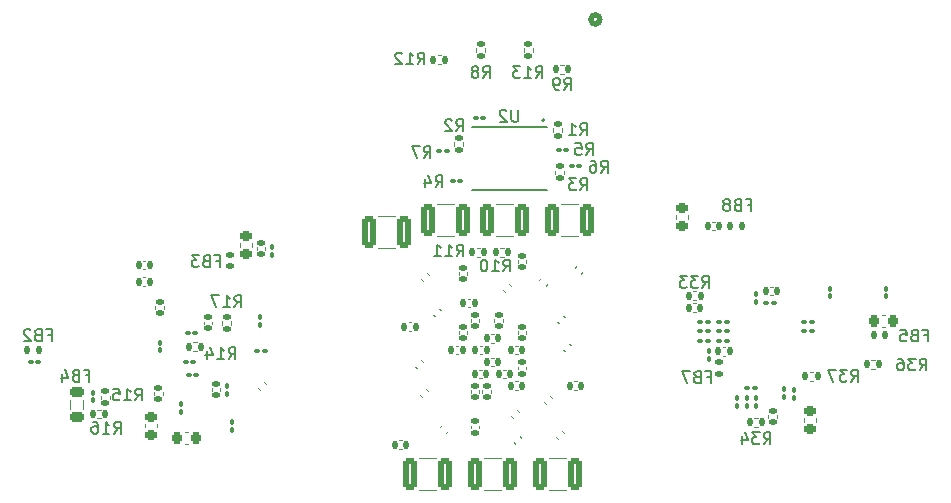
<source format=gbo>
%TF.GenerationSoftware,KiCad,Pcbnew,8.0.1*%
%TF.CreationDate,2024-04-14T19:48:44+02:00*%
%TF.ProjectId,start_1,73746172-745f-4312-9e6b-696361645f70,rev?*%
%TF.SameCoordinates,Original*%
%TF.FileFunction,Legend,Bot*%
%TF.FilePolarity,Positive*%
%FSLAX46Y46*%
G04 Gerber Fmt 4.6, Leading zero omitted, Abs format (unit mm)*
G04 Created by KiCad (PCBNEW 8.0.1) date 2024-04-14 19:48:44*
%MOMM*%
%LPD*%
G01*
G04 APERTURE LIST*
G04 Aperture macros list*
%AMRoundRect*
0 Rectangle with rounded corners*
0 $1 Rounding radius*
0 $2 $3 $4 $5 $6 $7 $8 $9 X,Y pos of 4 corners*
0 Add a 4 corners polygon primitive as box body*
4,1,4,$2,$3,$4,$5,$6,$7,$8,$9,$2,$3,0*
0 Add four circle primitives for the rounded corners*
1,1,$1+$1,$2,$3*
1,1,$1+$1,$4,$5*
1,1,$1+$1,$6,$7*
1,1,$1+$1,$8,$9*
0 Add four rect primitives between the rounded corners*
20,1,$1+$1,$2,$3,$4,$5,0*
20,1,$1+$1,$4,$5,$6,$7,0*
20,1,$1+$1,$6,$7,$8,$9,0*
20,1,$1+$1,$8,$9,$2,$3,0*%
G04 Aperture macros list end*
%ADD10C,0.150000*%
%ADD11C,0.152400*%
%ADD12C,0.508000*%
%ADD13C,0.120000*%
%ADD14R,0.965200X0.431800*%
%ADD15R,3.454400X4.038600*%
%ADD16C,0.800000*%
%ADD17C,6.400000*%
%ADD18R,5.080000X2.420000*%
%ADD19C,1.549400*%
%ADD20O,3.800000X1.800000*%
%ADD21RoundRect,0.140000X-0.140000X-0.170000X0.140000X-0.170000X0.140000X0.170000X-0.140000X0.170000X0*%
%ADD22RoundRect,0.100000X0.162635X-0.021213X-0.021213X0.162635X-0.162635X0.021213X0.021213X-0.162635X0*%
%ADD23RoundRect,0.147500X0.147500X0.172500X-0.147500X0.172500X-0.147500X-0.172500X0.147500X-0.172500X0*%
%ADD24RoundRect,0.100000X-0.100000X0.130000X-0.100000X-0.130000X0.100000X-0.130000X0.100000X0.130000X0*%
%ADD25RoundRect,0.140000X-0.170000X0.140000X-0.170000X-0.140000X0.170000X-0.140000X0.170000X0.140000X0*%
%ADD26RoundRect,0.140000X0.140000X0.170000X-0.140000X0.170000X-0.140000X-0.170000X0.140000X-0.170000X0*%
%ADD27RoundRect,0.140000X0.219203X0.021213X0.021213X0.219203X-0.219203X-0.021213X-0.021213X-0.219203X0*%
%ADD28RoundRect,0.135000X0.135000X0.185000X-0.135000X0.185000X-0.135000X-0.185000X0.135000X-0.185000X0*%
%ADD29RoundRect,0.218750X-0.381250X0.218750X-0.381250X-0.218750X0.381250X-0.218750X0.381250X0.218750X0*%
%ADD30RoundRect,0.100000X0.100000X-0.130000X0.100000X0.130000X-0.100000X0.130000X-0.100000X-0.130000X0*%
%ADD31RoundRect,0.140000X-0.219203X-0.021213X-0.021213X-0.219203X0.219203X0.021213X0.021213X0.219203X0*%
%ADD32RoundRect,0.250000X0.325000X1.100000X-0.325000X1.100000X-0.325000X-1.100000X0.325000X-1.100000X0*%
%ADD33RoundRect,0.140000X0.170000X-0.140000X0.170000X0.140000X-0.170000X0.140000X-0.170000X-0.140000X0*%
%ADD34RoundRect,0.147500X-0.147500X-0.172500X0.147500X-0.172500X0.147500X0.172500X-0.147500X0.172500X0*%
%ADD35RoundRect,0.135000X0.185000X-0.135000X0.185000X0.135000X-0.185000X0.135000X-0.185000X-0.135000X0*%
%ADD36RoundRect,0.250000X-0.325000X-1.100000X0.325000X-1.100000X0.325000X1.100000X-0.325000X1.100000X0*%
%ADD37RoundRect,0.100000X0.130000X0.100000X-0.130000X0.100000X-0.130000X-0.100000X0.130000X-0.100000X0*%
%ADD38RoundRect,0.135000X-0.135000X-0.185000X0.135000X-0.185000X0.135000X0.185000X-0.135000X0.185000X0*%
%ADD39RoundRect,0.135000X-0.185000X0.135000X-0.185000X-0.135000X0.185000X-0.135000X0.185000X0.135000X0*%
%ADD40RoundRect,0.225000X0.250000X-0.225000X0.250000X0.225000X-0.250000X0.225000X-0.250000X-0.225000X0*%
%ADD41RoundRect,0.100000X-0.130000X-0.100000X0.130000X-0.100000X0.130000X0.100000X-0.130000X0.100000X0*%
%ADD42RoundRect,0.147500X0.172500X-0.147500X0.172500X0.147500X-0.172500X0.147500X-0.172500X-0.147500X0*%
%ADD43RoundRect,0.225000X-0.250000X0.225000X-0.250000X-0.225000X0.250000X-0.225000X0.250000X0.225000X0*%
%ADD44RoundRect,0.140000X-0.021213X0.219203X-0.219203X0.021213X0.021213X-0.219203X0.219203X-0.021213X0*%
%ADD45RoundRect,0.147500X-0.172500X0.147500X-0.172500X-0.147500X0.172500X-0.147500X0.172500X0.147500X0*%
%ADD46RoundRect,0.225000X0.225000X0.250000X-0.225000X0.250000X-0.225000X-0.250000X0.225000X-0.250000X0*%
%ADD47RoundRect,0.140000X0.021213X-0.219203X0.219203X-0.021213X-0.021213X0.219203X-0.219203X0.021213X0*%
%ADD48RoundRect,0.225000X-0.225000X-0.250000X0.225000X-0.250000X0.225000X0.250000X-0.225000X0.250000X0*%
G04 APERTURE END LIST*
D10*
X185661904Y-168654819D02*
X185661904Y-169464342D01*
X185661904Y-169464342D02*
X185614285Y-169559580D01*
X185614285Y-169559580D02*
X185566666Y-169607200D01*
X185566666Y-169607200D02*
X185471428Y-169654819D01*
X185471428Y-169654819D02*
X185280952Y-169654819D01*
X185280952Y-169654819D02*
X185185714Y-169607200D01*
X185185714Y-169607200D02*
X185138095Y-169559580D01*
X185138095Y-169559580D02*
X185090476Y-169464342D01*
X185090476Y-169464342D02*
X185090476Y-168654819D01*
X184661904Y-168750057D02*
X184614285Y-168702438D01*
X184614285Y-168702438D02*
X184519047Y-168654819D01*
X184519047Y-168654819D02*
X184280952Y-168654819D01*
X184280952Y-168654819D02*
X184185714Y-168702438D01*
X184185714Y-168702438D02*
X184138095Y-168750057D01*
X184138095Y-168750057D02*
X184090476Y-168845295D01*
X184090476Y-168845295D02*
X184090476Y-168940533D01*
X184090476Y-168940533D02*
X184138095Y-169083390D01*
X184138095Y-169083390D02*
X184709523Y-169654819D01*
X184709523Y-169654819D02*
X184090476Y-169654819D01*
X205083333Y-176681009D02*
X205416666Y-176681009D01*
X205416666Y-177204819D02*
X205416666Y-176204819D01*
X205416666Y-176204819D02*
X204940476Y-176204819D01*
X204226190Y-176681009D02*
X204083333Y-176728628D01*
X204083333Y-176728628D02*
X204035714Y-176776247D01*
X204035714Y-176776247D02*
X203988095Y-176871485D01*
X203988095Y-176871485D02*
X203988095Y-177014342D01*
X203988095Y-177014342D02*
X204035714Y-177109580D01*
X204035714Y-177109580D02*
X204083333Y-177157200D01*
X204083333Y-177157200D02*
X204178571Y-177204819D01*
X204178571Y-177204819D02*
X204559523Y-177204819D01*
X204559523Y-177204819D02*
X204559523Y-176204819D01*
X204559523Y-176204819D02*
X204226190Y-176204819D01*
X204226190Y-176204819D02*
X204130952Y-176252438D01*
X204130952Y-176252438D02*
X204083333Y-176300057D01*
X204083333Y-176300057D02*
X204035714Y-176395295D01*
X204035714Y-176395295D02*
X204035714Y-176490533D01*
X204035714Y-176490533D02*
X204083333Y-176585771D01*
X204083333Y-176585771D02*
X204130952Y-176633390D01*
X204130952Y-176633390D02*
X204226190Y-176681009D01*
X204226190Y-176681009D02*
X204559523Y-176681009D01*
X203416666Y-176633390D02*
X203511904Y-176585771D01*
X203511904Y-176585771D02*
X203559523Y-176538152D01*
X203559523Y-176538152D02*
X203607142Y-176442914D01*
X203607142Y-176442914D02*
X203607142Y-176395295D01*
X203607142Y-176395295D02*
X203559523Y-176300057D01*
X203559523Y-176300057D02*
X203511904Y-176252438D01*
X203511904Y-176252438D02*
X203416666Y-176204819D01*
X203416666Y-176204819D02*
X203226190Y-176204819D01*
X203226190Y-176204819D02*
X203130952Y-176252438D01*
X203130952Y-176252438D02*
X203083333Y-176300057D01*
X203083333Y-176300057D02*
X203035714Y-176395295D01*
X203035714Y-176395295D02*
X203035714Y-176442914D01*
X203035714Y-176442914D02*
X203083333Y-176538152D01*
X203083333Y-176538152D02*
X203130952Y-176585771D01*
X203130952Y-176585771D02*
X203226190Y-176633390D01*
X203226190Y-176633390D02*
X203416666Y-176633390D01*
X203416666Y-176633390D02*
X203511904Y-176681009D01*
X203511904Y-176681009D02*
X203559523Y-176728628D01*
X203559523Y-176728628D02*
X203607142Y-176823866D01*
X203607142Y-176823866D02*
X203607142Y-177014342D01*
X203607142Y-177014342D02*
X203559523Y-177109580D01*
X203559523Y-177109580D02*
X203511904Y-177157200D01*
X203511904Y-177157200D02*
X203416666Y-177204819D01*
X203416666Y-177204819D02*
X203226190Y-177204819D01*
X203226190Y-177204819D02*
X203130952Y-177157200D01*
X203130952Y-177157200D02*
X203083333Y-177109580D01*
X203083333Y-177109580D02*
X203035714Y-177014342D01*
X203035714Y-177014342D02*
X203035714Y-176823866D01*
X203035714Y-176823866D02*
X203083333Y-176728628D01*
X203083333Y-176728628D02*
X203130952Y-176681009D01*
X203130952Y-176681009D02*
X203226190Y-176633390D01*
X151442857Y-196054819D02*
X151776190Y-195578628D01*
X152014285Y-196054819D02*
X152014285Y-195054819D01*
X152014285Y-195054819D02*
X151633333Y-195054819D01*
X151633333Y-195054819D02*
X151538095Y-195102438D01*
X151538095Y-195102438D02*
X151490476Y-195150057D01*
X151490476Y-195150057D02*
X151442857Y-195245295D01*
X151442857Y-195245295D02*
X151442857Y-195388152D01*
X151442857Y-195388152D02*
X151490476Y-195483390D01*
X151490476Y-195483390D02*
X151538095Y-195531009D01*
X151538095Y-195531009D02*
X151633333Y-195578628D01*
X151633333Y-195578628D02*
X152014285Y-195578628D01*
X150490476Y-196054819D02*
X151061904Y-196054819D01*
X150776190Y-196054819D02*
X150776190Y-195054819D01*
X150776190Y-195054819D02*
X150871428Y-195197676D01*
X150871428Y-195197676D02*
X150966666Y-195292914D01*
X150966666Y-195292914D02*
X151061904Y-195340533D01*
X149633333Y-195054819D02*
X149823809Y-195054819D01*
X149823809Y-195054819D02*
X149919047Y-195102438D01*
X149919047Y-195102438D02*
X149966666Y-195150057D01*
X149966666Y-195150057D02*
X150061904Y-195292914D01*
X150061904Y-195292914D02*
X150109523Y-195483390D01*
X150109523Y-195483390D02*
X150109523Y-195864342D01*
X150109523Y-195864342D02*
X150061904Y-195959580D01*
X150061904Y-195959580D02*
X150014285Y-196007200D01*
X150014285Y-196007200D02*
X149919047Y-196054819D01*
X149919047Y-196054819D02*
X149728571Y-196054819D01*
X149728571Y-196054819D02*
X149633333Y-196007200D01*
X149633333Y-196007200D02*
X149585714Y-195959580D01*
X149585714Y-195959580D02*
X149538095Y-195864342D01*
X149538095Y-195864342D02*
X149538095Y-195626247D01*
X149538095Y-195626247D02*
X149585714Y-195531009D01*
X149585714Y-195531009D02*
X149633333Y-195483390D01*
X149633333Y-195483390D02*
X149728571Y-195435771D01*
X149728571Y-195435771D02*
X149919047Y-195435771D01*
X149919047Y-195435771D02*
X150014285Y-195483390D01*
X150014285Y-195483390D02*
X150061904Y-195531009D01*
X150061904Y-195531009D02*
X150109523Y-195626247D01*
X149033333Y-191131009D02*
X149366666Y-191131009D01*
X149366666Y-191654819D02*
X149366666Y-190654819D01*
X149366666Y-190654819D02*
X148890476Y-190654819D01*
X148176190Y-191131009D02*
X148033333Y-191178628D01*
X148033333Y-191178628D02*
X147985714Y-191226247D01*
X147985714Y-191226247D02*
X147938095Y-191321485D01*
X147938095Y-191321485D02*
X147938095Y-191464342D01*
X147938095Y-191464342D02*
X147985714Y-191559580D01*
X147985714Y-191559580D02*
X148033333Y-191607200D01*
X148033333Y-191607200D02*
X148128571Y-191654819D01*
X148128571Y-191654819D02*
X148509523Y-191654819D01*
X148509523Y-191654819D02*
X148509523Y-190654819D01*
X148509523Y-190654819D02*
X148176190Y-190654819D01*
X148176190Y-190654819D02*
X148080952Y-190702438D01*
X148080952Y-190702438D02*
X148033333Y-190750057D01*
X148033333Y-190750057D02*
X147985714Y-190845295D01*
X147985714Y-190845295D02*
X147985714Y-190940533D01*
X147985714Y-190940533D02*
X148033333Y-191035771D01*
X148033333Y-191035771D02*
X148080952Y-191083390D01*
X148080952Y-191083390D02*
X148176190Y-191131009D01*
X148176190Y-191131009D02*
X148509523Y-191131009D01*
X147080952Y-190988152D02*
X147080952Y-191654819D01*
X147319047Y-190607200D02*
X147557142Y-191321485D01*
X147557142Y-191321485D02*
X146938095Y-191321485D01*
X220033333Y-187731009D02*
X220366666Y-187731009D01*
X220366666Y-188254819D02*
X220366666Y-187254819D01*
X220366666Y-187254819D02*
X219890476Y-187254819D01*
X219176190Y-187731009D02*
X219033333Y-187778628D01*
X219033333Y-187778628D02*
X218985714Y-187826247D01*
X218985714Y-187826247D02*
X218938095Y-187921485D01*
X218938095Y-187921485D02*
X218938095Y-188064342D01*
X218938095Y-188064342D02*
X218985714Y-188159580D01*
X218985714Y-188159580D02*
X219033333Y-188207200D01*
X219033333Y-188207200D02*
X219128571Y-188254819D01*
X219128571Y-188254819D02*
X219509523Y-188254819D01*
X219509523Y-188254819D02*
X219509523Y-187254819D01*
X219509523Y-187254819D02*
X219176190Y-187254819D01*
X219176190Y-187254819D02*
X219080952Y-187302438D01*
X219080952Y-187302438D02*
X219033333Y-187350057D01*
X219033333Y-187350057D02*
X218985714Y-187445295D01*
X218985714Y-187445295D02*
X218985714Y-187540533D01*
X218985714Y-187540533D02*
X219033333Y-187635771D01*
X219033333Y-187635771D02*
X219080952Y-187683390D01*
X219080952Y-187683390D02*
X219176190Y-187731009D01*
X219176190Y-187731009D02*
X219509523Y-187731009D01*
X218033333Y-187254819D02*
X218509523Y-187254819D01*
X218509523Y-187254819D02*
X218557142Y-187731009D01*
X218557142Y-187731009D02*
X218509523Y-187683390D01*
X218509523Y-187683390D02*
X218414285Y-187635771D01*
X218414285Y-187635771D02*
X218176190Y-187635771D01*
X218176190Y-187635771D02*
X218080952Y-187683390D01*
X218080952Y-187683390D02*
X218033333Y-187731009D01*
X218033333Y-187731009D02*
X217985714Y-187826247D01*
X217985714Y-187826247D02*
X217985714Y-188064342D01*
X217985714Y-188064342D02*
X218033333Y-188159580D01*
X218033333Y-188159580D02*
X218080952Y-188207200D01*
X218080952Y-188207200D02*
X218176190Y-188254819D01*
X218176190Y-188254819D02*
X218414285Y-188254819D01*
X218414285Y-188254819D02*
X218509523Y-188207200D01*
X218509523Y-188207200D02*
X218557142Y-188159580D01*
X161642857Y-185354819D02*
X161976190Y-184878628D01*
X162214285Y-185354819D02*
X162214285Y-184354819D01*
X162214285Y-184354819D02*
X161833333Y-184354819D01*
X161833333Y-184354819D02*
X161738095Y-184402438D01*
X161738095Y-184402438D02*
X161690476Y-184450057D01*
X161690476Y-184450057D02*
X161642857Y-184545295D01*
X161642857Y-184545295D02*
X161642857Y-184688152D01*
X161642857Y-184688152D02*
X161690476Y-184783390D01*
X161690476Y-184783390D02*
X161738095Y-184831009D01*
X161738095Y-184831009D02*
X161833333Y-184878628D01*
X161833333Y-184878628D02*
X162214285Y-184878628D01*
X160690476Y-185354819D02*
X161261904Y-185354819D01*
X160976190Y-185354819D02*
X160976190Y-184354819D01*
X160976190Y-184354819D02*
X161071428Y-184497676D01*
X161071428Y-184497676D02*
X161166666Y-184592914D01*
X161166666Y-184592914D02*
X161261904Y-184640533D01*
X160357142Y-184354819D02*
X159690476Y-184354819D01*
X159690476Y-184354819D02*
X160119047Y-185354819D01*
X184392857Y-182324819D02*
X184726190Y-181848628D01*
X184964285Y-182324819D02*
X184964285Y-181324819D01*
X184964285Y-181324819D02*
X184583333Y-181324819D01*
X184583333Y-181324819D02*
X184488095Y-181372438D01*
X184488095Y-181372438D02*
X184440476Y-181420057D01*
X184440476Y-181420057D02*
X184392857Y-181515295D01*
X184392857Y-181515295D02*
X184392857Y-181658152D01*
X184392857Y-181658152D02*
X184440476Y-181753390D01*
X184440476Y-181753390D02*
X184488095Y-181801009D01*
X184488095Y-181801009D02*
X184583333Y-181848628D01*
X184583333Y-181848628D02*
X184964285Y-181848628D01*
X183440476Y-182324819D02*
X184011904Y-182324819D01*
X183726190Y-182324819D02*
X183726190Y-181324819D01*
X183726190Y-181324819D02*
X183821428Y-181467676D01*
X183821428Y-181467676D02*
X183916666Y-181562914D01*
X183916666Y-181562914D02*
X184011904Y-181610533D01*
X182821428Y-181324819D02*
X182726190Y-181324819D01*
X182726190Y-181324819D02*
X182630952Y-181372438D01*
X182630952Y-181372438D02*
X182583333Y-181420057D01*
X182583333Y-181420057D02*
X182535714Y-181515295D01*
X182535714Y-181515295D02*
X182488095Y-181705771D01*
X182488095Y-181705771D02*
X182488095Y-181943866D01*
X182488095Y-181943866D02*
X182535714Y-182134342D01*
X182535714Y-182134342D02*
X182583333Y-182229580D01*
X182583333Y-182229580D02*
X182630952Y-182277200D01*
X182630952Y-182277200D02*
X182726190Y-182324819D01*
X182726190Y-182324819D02*
X182821428Y-182324819D01*
X182821428Y-182324819D02*
X182916666Y-182277200D01*
X182916666Y-182277200D02*
X182964285Y-182229580D01*
X182964285Y-182229580D02*
X183011904Y-182134342D01*
X183011904Y-182134342D02*
X183059523Y-181943866D01*
X183059523Y-181943866D02*
X183059523Y-181705771D01*
X183059523Y-181705771D02*
X183011904Y-181515295D01*
X183011904Y-181515295D02*
X182964285Y-181420057D01*
X182964285Y-181420057D02*
X182916666Y-181372438D01*
X182916666Y-181372438D02*
X182821428Y-181324819D01*
X182666666Y-165954819D02*
X182999999Y-165478628D01*
X183238094Y-165954819D02*
X183238094Y-164954819D01*
X183238094Y-164954819D02*
X182857142Y-164954819D01*
X182857142Y-164954819D02*
X182761904Y-165002438D01*
X182761904Y-165002438D02*
X182714285Y-165050057D01*
X182714285Y-165050057D02*
X182666666Y-165145295D01*
X182666666Y-165145295D02*
X182666666Y-165288152D01*
X182666666Y-165288152D02*
X182714285Y-165383390D01*
X182714285Y-165383390D02*
X182761904Y-165431009D01*
X182761904Y-165431009D02*
X182857142Y-165478628D01*
X182857142Y-165478628D02*
X183238094Y-165478628D01*
X182095237Y-165383390D02*
X182190475Y-165335771D01*
X182190475Y-165335771D02*
X182238094Y-165288152D01*
X182238094Y-165288152D02*
X182285713Y-165192914D01*
X182285713Y-165192914D02*
X182285713Y-165145295D01*
X182285713Y-165145295D02*
X182238094Y-165050057D01*
X182238094Y-165050057D02*
X182190475Y-165002438D01*
X182190475Y-165002438D02*
X182095237Y-164954819D01*
X182095237Y-164954819D02*
X181904761Y-164954819D01*
X181904761Y-164954819D02*
X181809523Y-165002438D01*
X181809523Y-165002438D02*
X181761904Y-165050057D01*
X181761904Y-165050057D02*
X181714285Y-165145295D01*
X181714285Y-165145295D02*
X181714285Y-165192914D01*
X181714285Y-165192914D02*
X181761904Y-165288152D01*
X181761904Y-165288152D02*
X181809523Y-165335771D01*
X181809523Y-165335771D02*
X181904761Y-165383390D01*
X181904761Y-165383390D02*
X182095237Y-165383390D01*
X182095237Y-165383390D02*
X182190475Y-165431009D01*
X182190475Y-165431009D02*
X182238094Y-165478628D01*
X182238094Y-165478628D02*
X182285713Y-165573866D01*
X182285713Y-165573866D02*
X182285713Y-165764342D01*
X182285713Y-165764342D02*
X182238094Y-165859580D01*
X182238094Y-165859580D02*
X182190475Y-165907200D01*
X182190475Y-165907200D02*
X182095237Y-165954819D01*
X182095237Y-165954819D02*
X181904761Y-165954819D01*
X181904761Y-165954819D02*
X181809523Y-165907200D01*
X181809523Y-165907200D02*
X181761904Y-165859580D01*
X181761904Y-165859580D02*
X181714285Y-165764342D01*
X181714285Y-165764342D02*
X181714285Y-165573866D01*
X181714285Y-165573866D02*
X181761904Y-165478628D01*
X181761904Y-165478628D02*
X181809523Y-165431009D01*
X181809523Y-165431009D02*
X181904761Y-165383390D01*
X189566666Y-166954819D02*
X189899999Y-166478628D01*
X190138094Y-166954819D02*
X190138094Y-165954819D01*
X190138094Y-165954819D02*
X189757142Y-165954819D01*
X189757142Y-165954819D02*
X189661904Y-166002438D01*
X189661904Y-166002438D02*
X189614285Y-166050057D01*
X189614285Y-166050057D02*
X189566666Y-166145295D01*
X189566666Y-166145295D02*
X189566666Y-166288152D01*
X189566666Y-166288152D02*
X189614285Y-166383390D01*
X189614285Y-166383390D02*
X189661904Y-166431009D01*
X189661904Y-166431009D02*
X189757142Y-166478628D01*
X189757142Y-166478628D02*
X190138094Y-166478628D01*
X189090475Y-166954819D02*
X188899999Y-166954819D01*
X188899999Y-166954819D02*
X188804761Y-166907200D01*
X188804761Y-166907200D02*
X188757142Y-166859580D01*
X188757142Y-166859580D02*
X188661904Y-166716723D01*
X188661904Y-166716723D02*
X188614285Y-166526247D01*
X188614285Y-166526247D02*
X188614285Y-166145295D01*
X188614285Y-166145295D02*
X188661904Y-166050057D01*
X188661904Y-166050057D02*
X188709523Y-166002438D01*
X188709523Y-166002438D02*
X188804761Y-165954819D01*
X188804761Y-165954819D02*
X188995237Y-165954819D01*
X188995237Y-165954819D02*
X189090475Y-166002438D01*
X189090475Y-166002438D02*
X189138094Y-166050057D01*
X189138094Y-166050057D02*
X189185713Y-166145295D01*
X189185713Y-166145295D02*
X189185713Y-166383390D01*
X189185713Y-166383390D02*
X189138094Y-166478628D01*
X189138094Y-166478628D02*
X189090475Y-166526247D01*
X189090475Y-166526247D02*
X188995237Y-166573866D01*
X188995237Y-166573866D02*
X188804761Y-166573866D01*
X188804761Y-166573866D02*
X188709523Y-166526247D01*
X188709523Y-166526247D02*
X188661904Y-166478628D01*
X188661904Y-166478628D02*
X188614285Y-166383390D01*
X180416666Y-170454819D02*
X180749999Y-169978628D01*
X180988094Y-170454819D02*
X180988094Y-169454819D01*
X180988094Y-169454819D02*
X180607142Y-169454819D01*
X180607142Y-169454819D02*
X180511904Y-169502438D01*
X180511904Y-169502438D02*
X180464285Y-169550057D01*
X180464285Y-169550057D02*
X180416666Y-169645295D01*
X180416666Y-169645295D02*
X180416666Y-169788152D01*
X180416666Y-169788152D02*
X180464285Y-169883390D01*
X180464285Y-169883390D02*
X180511904Y-169931009D01*
X180511904Y-169931009D02*
X180607142Y-169978628D01*
X180607142Y-169978628D02*
X180988094Y-169978628D01*
X180035713Y-169550057D02*
X179988094Y-169502438D01*
X179988094Y-169502438D02*
X179892856Y-169454819D01*
X179892856Y-169454819D02*
X179654761Y-169454819D01*
X179654761Y-169454819D02*
X179559523Y-169502438D01*
X179559523Y-169502438D02*
X179511904Y-169550057D01*
X179511904Y-169550057D02*
X179464285Y-169645295D01*
X179464285Y-169645295D02*
X179464285Y-169740533D01*
X179464285Y-169740533D02*
X179511904Y-169883390D01*
X179511904Y-169883390D02*
X180083332Y-170454819D01*
X180083332Y-170454819D02*
X179464285Y-170454819D01*
X187142857Y-165954819D02*
X187476190Y-165478628D01*
X187714285Y-165954819D02*
X187714285Y-164954819D01*
X187714285Y-164954819D02*
X187333333Y-164954819D01*
X187333333Y-164954819D02*
X187238095Y-165002438D01*
X187238095Y-165002438D02*
X187190476Y-165050057D01*
X187190476Y-165050057D02*
X187142857Y-165145295D01*
X187142857Y-165145295D02*
X187142857Y-165288152D01*
X187142857Y-165288152D02*
X187190476Y-165383390D01*
X187190476Y-165383390D02*
X187238095Y-165431009D01*
X187238095Y-165431009D02*
X187333333Y-165478628D01*
X187333333Y-165478628D02*
X187714285Y-165478628D01*
X186190476Y-165954819D02*
X186761904Y-165954819D01*
X186476190Y-165954819D02*
X186476190Y-164954819D01*
X186476190Y-164954819D02*
X186571428Y-165097676D01*
X186571428Y-165097676D02*
X186666666Y-165192914D01*
X186666666Y-165192914D02*
X186761904Y-165240533D01*
X185857142Y-164954819D02*
X185238095Y-164954819D01*
X185238095Y-164954819D02*
X185571428Y-165335771D01*
X185571428Y-165335771D02*
X185428571Y-165335771D01*
X185428571Y-165335771D02*
X185333333Y-165383390D01*
X185333333Y-165383390D02*
X185285714Y-165431009D01*
X185285714Y-165431009D02*
X185238095Y-165526247D01*
X185238095Y-165526247D02*
X185238095Y-165764342D01*
X185238095Y-165764342D02*
X185285714Y-165859580D01*
X185285714Y-165859580D02*
X185333333Y-165907200D01*
X185333333Y-165907200D02*
X185428571Y-165954819D01*
X185428571Y-165954819D02*
X185714285Y-165954819D01*
X185714285Y-165954819D02*
X185809523Y-165907200D01*
X185809523Y-165907200D02*
X185857142Y-165859580D01*
X201242857Y-183704819D02*
X201576190Y-183228628D01*
X201814285Y-183704819D02*
X201814285Y-182704819D01*
X201814285Y-182704819D02*
X201433333Y-182704819D01*
X201433333Y-182704819D02*
X201338095Y-182752438D01*
X201338095Y-182752438D02*
X201290476Y-182800057D01*
X201290476Y-182800057D02*
X201242857Y-182895295D01*
X201242857Y-182895295D02*
X201242857Y-183038152D01*
X201242857Y-183038152D02*
X201290476Y-183133390D01*
X201290476Y-183133390D02*
X201338095Y-183181009D01*
X201338095Y-183181009D02*
X201433333Y-183228628D01*
X201433333Y-183228628D02*
X201814285Y-183228628D01*
X200909523Y-182704819D02*
X200290476Y-182704819D01*
X200290476Y-182704819D02*
X200623809Y-183085771D01*
X200623809Y-183085771D02*
X200480952Y-183085771D01*
X200480952Y-183085771D02*
X200385714Y-183133390D01*
X200385714Y-183133390D02*
X200338095Y-183181009D01*
X200338095Y-183181009D02*
X200290476Y-183276247D01*
X200290476Y-183276247D02*
X200290476Y-183514342D01*
X200290476Y-183514342D02*
X200338095Y-183609580D01*
X200338095Y-183609580D02*
X200385714Y-183657200D01*
X200385714Y-183657200D02*
X200480952Y-183704819D01*
X200480952Y-183704819D02*
X200766666Y-183704819D01*
X200766666Y-183704819D02*
X200861904Y-183657200D01*
X200861904Y-183657200D02*
X200909523Y-183609580D01*
X199957142Y-182704819D02*
X199338095Y-182704819D01*
X199338095Y-182704819D02*
X199671428Y-183085771D01*
X199671428Y-183085771D02*
X199528571Y-183085771D01*
X199528571Y-183085771D02*
X199433333Y-183133390D01*
X199433333Y-183133390D02*
X199385714Y-183181009D01*
X199385714Y-183181009D02*
X199338095Y-183276247D01*
X199338095Y-183276247D02*
X199338095Y-183514342D01*
X199338095Y-183514342D02*
X199385714Y-183609580D01*
X199385714Y-183609580D02*
X199433333Y-183657200D01*
X199433333Y-183657200D02*
X199528571Y-183704819D01*
X199528571Y-183704819D02*
X199814285Y-183704819D01*
X199814285Y-183704819D02*
X199909523Y-183657200D01*
X199909523Y-183657200D02*
X199957142Y-183609580D01*
X160083333Y-181431009D02*
X160416666Y-181431009D01*
X160416666Y-181954819D02*
X160416666Y-180954819D01*
X160416666Y-180954819D02*
X159940476Y-180954819D01*
X159226190Y-181431009D02*
X159083333Y-181478628D01*
X159083333Y-181478628D02*
X159035714Y-181526247D01*
X159035714Y-181526247D02*
X158988095Y-181621485D01*
X158988095Y-181621485D02*
X158988095Y-181764342D01*
X158988095Y-181764342D02*
X159035714Y-181859580D01*
X159035714Y-181859580D02*
X159083333Y-181907200D01*
X159083333Y-181907200D02*
X159178571Y-181954819D01*
X159178571Y-181954819D02*
X159559523Y-181954819D01*
X159559523Y-181954819D02*
X159559523Y-180954819D01*
X159559523Y-180954819D02*
X159226190Y-180954819D01*
X159226190Y-180954819D02*
X159130952Y-181002438D01*
X159130952Y-181002438D02*
X159083333Y-181050057D01*
X159083333Y-181050057D02*
X159035714Y-181145295D01*
X159035714Y-181145295D02*
X159035714Y-181240533D01*
X159035714Y-181240533D02*
X159083333Y-181335771D01*
X159083333Y-181335771D02*
X159130952Y-181383390D01*
X159130952Y-181383390D02*
X159226190Y-181431009D01*
X159226190Y-181431009D02*
X159559523Y-181431009D01*
X158654761Y-180954819D02*
X158035714Y-180954819D01*
X158035714Y-180954819D02*
X158369047Y-181335771D01*
X158369047Y-181335771D02*
X158226190Y-181335771D01*
X158226190Y-181335771D02*
X158130952Y-181383390D01*
X158130952Y-181383390D02*
X158083333Y-181431009D01*
X158083333Y-181431009D02*
X158035714Y-181526247D01*
X158035714Y-181526247D02*
X158035714Y-181764342D01*
X158035714Y-181764342D02*
X158083333Y-181859580D01*
X158083333Y-181859580D02*
X158130952Y-181907200D01*
X158130952Y-181907200D02*
X158226190Y-181954819D01*
X158226190Y-181954819D02*
X158511904Y-181954819D01*
X158511904Y-181954819D02*
X158607142Y-181907200D01*
X158607142Y-181907200D02*
X158654761Y-181859580D01*
X145833333Y-187681009D02*
X146166666Y-187681009D01*
X146166666Y-188204819D02*
X146166666Y-187204819D01*
X146166666Y-187204819D02*
X145690476Y-187204819D01*
X144976190Y-187681009D02*
X144833333Y-187728628D01*
X144833333Y-187728628D02*
X144785714Y-187776247D01*
X144785714Y-187776247D02*
X144738095Y-187871485D01*
X144738095Y-187871485D02*
X144738095Y-188014342D01*
X144738095Y-188014342D02*
X144785714Y-188109580D01*
X144785714Y-188109580D02*
X144833333Y-188157200D01*
X144833333Y-188157200D02*
X144928571Y-188204819D01*
X144928571Y-188204819D02*
X145309523Y-188204819D01*
X145309523Y-188204819D02*
X145309523Y-187204819D01*
X145309523Y-187204819D02*
X144976190Y-187204819D01*
X144976190Y-187204819D02*
X144880952Y-187252438D01*
X144880952Y-187252438D02*
X144833333Y-187300057D01*
X144833333Y-187300057D02*
X144785714Y-187395295D01*
X144785714Y-187395295D02*
X144785714Y-187490533D01*
X144785714Y-187490533D02*
X144833333Y-187585771D01*
X144833333Y-187585771D02*
X144880952Y-187633390D01*
X144880952Y-187633390D02*
X144976190Y-187681009D01*
X144976190Y-187681009D02*
X145309523Y-187681009D01*
X144357142Y-187300057D02*
X144309523Y-187252438D01*
X144309523Y-187252438D02*
X144214285Y-187204819D01*
X144214285Y-187204819D02*
X143976190Y-187204819D01*
X143976190Y-187204819D02*
X143880952Y-187252438D01*
X143880952Y-187252438D02*
X143833333Y-187300057D01*
X143833333Y-187300057D02*
X143785714Y-187395295D01*
X143785714Y-187395295D02*
X143785714Y-187490533D01*
X143785714Y-187490533D02*
X143833333Y-187633390D01*
X143833333Y-187633390D02*
X144404761Y-188204819D01*
X144404761Y-188204819D02*
X143785714Y-188204819D01*
X201633333Y-191231009D02*
X201966666Y-191231009D01*
X201966666Y-191754819D02*
X201966666Y-190754819D01*
X201966666Y-190754819D02*
X201490476Y-190754819D01*
X200776190Y-191231009D02*
X200633333Y-191278628D01*
X200633333Y-191278628D02*
X200585714Y-191326247D01*
X200585714Y-191326247D02*
X200538095Y-191421485D01*
X200538095Y-191421485D02*
X200538095Y-191564342D01*
X200538095Y-191564342D02*
X200585714Y-191659580D01*
X200585714Y-191659580D02*
X200633333Y-191707200D01*
X200633333Y-191707200D02*
X200728571Y-191754819D01*
X200728571Y-191754819D02*
X201109523Y-191754819D01*
X201109523Y-191754819D02*
X201109523Y-190754819D01*
X201109523Y-190754819D02*
X200776190Y-190754819D01*
X200776190Y-190754819D02*
X200680952Y-190802438D01*
X200680952Y-190802438D02*
X200633333Y-190850057D01*
X200633333Y-190850057D02*
X200585714Y-190945295D01*
X200585714Y-190945295D02*
X200585714Y-191040533D01*
X200585714Y-191040533D02*
X200633333Y-191135771D01*
X200633333Y-191135771D02*
X200680952Y-191183390D01*
X200680952Y-191183390D02*
X200776190Y-191231009D01*
X200776190Y-191231009D02*
X201109523Y-191231009D01*
X200204761Y-190754819D02*
X199538095Y-190754819D01*
X199538095Y-190754819D02*
X199966666Y-191754819D01*
X177142857Y-164804819D02*
X177476190Y-164328628D01*
X177714285Y-164804819D02*
X177714285Y-163804819D01*
X177714285Y-163804819D02*
X177333333Y-163804819D01*
X177333333Y-163804819D02*
X177238095Y-163852438D01*
X177238095Y-163852438D02*
X177190476Y-163900057D01*
X177190476Y-163900057D02*
X177142857Y-163995295D01*
X177142857Y-163995295D02*
X177142857Y-164138152D01*
X177142857Y-164138152D02*
X177190476Y-164233390D01*
X177190476Y-164233390D02*
X177238095Y-164281009D01*
X177238095Y-164281009D02*
X177333333Y-164328628D01*
X177333333Y-164328628D02*
X177714285Y-164328628D01*
X176190476Y-164804819D02*
X176761904Y-164804819D01*
X176476190Y-164804819D02*
X176476190Y-163804819D01*
X176476190Y-163804819D02*
X176571428Y-163947676D01*
X176571428Y-163947676D02*
X176666666Y-164042914D01*
X176666666Y-164042914D02*
X176761904Y-164090533D01*
X175809523Y-163900057D02*
X175761904Y-163852438D01*
X175761904Y-163852438D02*
X175666666Y-163804819D01*
X175666666Y-163804819D02*
X175428571Y-163804819D01*
X175428571Y-163804819D02*
X175333333Y-163852438D01*
X175333333Y-163852438D02*
X175285714Y-163900057D01*
X175285714Y-163900057D02*
X175238095Y-163995295D01*
X175238095Y-163995295D02*
X175238095Y-164090533D01*
X175238095Y-164090533D02*
X175285714Y-164233390D01*
X175285714Y-164233390D02*
X175857142Y-164804819D01*
X175857142Y-164804819D02*
X175238095Y-164804819D01*
X191416666Y-172454819D02*
X191749999Y-171978628D01*
X191988094Y-172454819D02*
X191988094Y-171454819D01*
X191988094Y-171454819D02*
X191607142Y-171454819D01*
X191607142Y-171454819D02*
X191511904Y-171502438D01*
X191511904Y-171502438D02*
X191464285Y-171550057D01*
X191464285Y-171550057D02*
X191416666Y-171645295D01*
X191416666Y-171645295D02*
X191416666Y-171788152D01*
X191416666Y-171788152D02*
X191464285Y-171883390D01*
X191464285Y-171883390D02*
X191511904Y-171931009D01*
X191511904Y-171931009D02*
X191607142Y-171978628D01*
X191607142Y-171978628D02*
X191988094Y-171978628D01*
X190511904Y-171454819D02*
X190988094Y-171454819D01*
X190988094Y-171454819D02*
X191035713Y-171931009D01*
X191035713Y-171931009D02*
X190988094Y-171883390D01*
X190988094Y-171883390D02*
X190892856Y-171835771D01*
X190892856Y-171835771D02*
X190654761Y-171835771D01*
X190654761Y-171835771D02*
X190559523Y-171883390D01*
X190559523Y-171883390D02*
X190511904Y-171931009D01*
X190511904Y-171931009D02*
X190464285Y-172026247D01*
X190464285Y-172026247D02*
X190464285Y-172264342D01*
X190464285Y-172264342D02*
X190511904Y-172359580D01*
X190511904Y-172359580D02*
X190559523Y-172407200D01*
X190559523Y-172407200D02*
X190654761Y-172454819D01*
X190654761Y-172454819D02*
X190892856Y-172454819D01*
X190892856Y-172454819D02*
X190988094Y-172407200D01*
X190988094Y-172407200D02*
X191035713Y-172359580D01*
X177666666Y-172704819D02*
X177999999Y-172228628D01*
X178238094Y-172704819D02*
X178238094Y-171704819D01*
X178238094Y-171704819D02*
X177857142Y-171704819D01*
X177857142Y-171704819D02*
X177761904Y-171752438D01*
X177761904Y-171752438D02*
X177714285Y-171800057D01*
X177714285Y-171800057D02*
X177666666Y-171895295D01*
X177666666Y-171895295D02*
X177666666Y-172038152D01*
X177666666Y-172038152D02*
X177714285Y-172133390D01*
X177714285Y-172133390D02*
X177761904Y-172181009D01*
X177761904Y-172181009D02*
X177857142Y-172228628D01*
X177857142Y-172228628D02*
X178238094Y-172228628D01*
X177333332Y-171704819D02*
X176666666Y-171704819D01*
X176666666Y-171704819D02*
X177095237Y-172704819D01*
X213842857Y-191654819D02*
X214176190Y-191178628D01*
X214414285Y-191654819D02*
X214414285Y-190654819D01*
X214414285Y-190654819D02*
X214033333Y-190654819D01*
X214033333Y-190654819D02*
X213938095Y-190702438D01*
X213938095Y-190702438D02*
X213890476Y-190750057D01*
X213890476Y-190750057D02*
X213842857Y-190845295D01*
X213842857Y-190845295D02*
X213842857Y-190988152D01*
X213842857Y-190988152D02*
X213890476Y-191083390D01*
X213890476Y-191083390D02*
X213938095Y-191131009D01*
X213938095Y-191131009D02*
X214033333Y-191178628D01*
X214033333Y-191178628D02*
X214414285Y-191178628D01*
X213509523Y-190654819D02*
X212890476Y-190654819D01*
X212890476Y-190654819D02*
X213223809Y-191035771D01*
X213223809Y-191035771D02*
X213080952Y-191035771D01*
X213080952Y-191035771D02*
X212985714Y-191083390D01*
X212985714Y-191083390D02*
X212938095Y-191131009D01*
X212938095Y-191131009D02*
X212890476Y-191226247D01*
X212890476Y-191226247D02*
X212890476Y-191464342D01*
X212890476Y-191464342D02*
X212938095Y-191559580D01*
X212938095Y-191559580D02*
X212985714Y-191607200D01*
X212985714Y-191607200D02*
X213080952Y-191654819D01*
X213080952Y-191654819D02*
X213366666Y-191654819D01*
X213366666Y-191654819D02*
X213461904Y-191607200D01*
X213461904Y-191607200D02*
X213509523Y-191559580D01*
X212557142Y-190654819D02*
X211890476Y-190654819D01*
X211890476Y-190654819D02*
X212319047Y-191654819D01*
X180442857Y-181054819D02*
X180776190Y-180578628D01*
X181014285Y-181054819D02*
X181014285Y-180054819D01*
X181014285Y-180054819D02*
X180633333Y-180054819D01*
X180633333Y-180054819D02*
X180538095Y-180102438D01*
X180538095Y-180102438D02*
X180490476Y-180150057D01*
X180490476Y-180150057D02*
X180442857Y-180245295D01*
X180442857Y-180245295D02*
X180442857Y-180388152D01*
X180442857Y-180388152D02*
X180490476Y-180483390D01*
X180490476Y-180483390D02*
X180538095Y-180531009D01*
X180538095Y-180531009D02*
X180633333Y-180578628D01*
X180633333Y-180578628D02*
X181014285Y-180578628D01*
X179490476Y-181054819D02*
X180061904Y-181054819D01*
X179776190Y-181054819D02*
X179776190Y-180054819D01*
X179776190Y-180054819D02*
X179871428Y-180197676D01*
X179871428Y-180197676D02*
X179966666Y-180292914D01*
X179966666Y-180292914D02*
X180061904Y-180340533D01*
X178538095Y-181054819D02*
X179109523Y-181054819D01*
X178823809Y-181054819D02*
X178823809Y-180054819D01*
X178823809Y-180054819D02*
X178919047Y-180197676D01*
X178919047Y-180197676D02*
X179014285Y-180292914D01*
X179014285Y-180292914D02*
X179109523Y-180340533D01*
X190916666Y-170792077D02*
X191249999Y-170315886D01*
X191488094Y-170792077D02*
X191488094Y-169792077D01*
X191488094Y-169792077D02*
X191107142Y-169792077D01*
X191107142Y-169792077D02*
X191011904Y-169839696D01*
X191011904Y-169839696D02*
X190964285Y-169887315D01*
X190964285Y-169887315D02*
X190916666Y-169982553D01*
X190916666Y-169982553D02*
X190916666Y-170125410D01*
X190916666Y-170125410D02*
X190964285Y-170220648D01*
X190964285Y-170220648D02*
X191011904Y-170268267D01*
X191011904Y-170268267D02*
X191107142Y-170315886D01*
X191107142Y-170315886D02*
X191488094Y-170315886D01*
X189964285Y-170792077D02*
X190535713Y-170792077D01*
X190249999Y-170792077D02*
X190249999Y-169792077D01*
X190249999Y-169792077D02*
X190345237Y-169934934D01*
X190345237Y-169934934D02*
X190440475Y-170030172D01*
X190440475Y-170030172D02*
X190535713Y-170077791D01*
X178666666Y-175204819D02*
X178999999Y-174728628D01*
X179238094Y-175204819D02*
X179238094Y-174204819D01*
X179238094Y-174204819D02*
X178857142Y-174204819D01*
X178857142Y-174204819D02*
X178761904Y-174252438D01*
X178761904Y-174252438D02*
X178714285Y-174300057D01*
X178714285Y-174300057D02*
X178666666Y-174395295D01*
X178666666Y-174395295D02*
X178666666Y-174538152D01*
X178666666Y-174538152D02*
X178714285Y-174633390D01*
X178714285Y-174633390D02*
X178761904Y-174681009D01*
X178761904Y-174681009D02*
X178857142Y-174728628D01*
X178857142Y-174728628D02*
X179238094Y-174728628D01*
X177809523Y-174538152D02*
X177809523Y-175204819D01*
X178047618Y-174157200D02*
X178285713Y-174871485D01*
X178285713Y-174871485D02*
X177666666Y-174871485D01*
X161142857Y-189754819D02*
X161476190Y-189278628D01*
X161714285Y-189754819D02*
X161714285Y-188754819D01*
X161714285Y-188754819D02*
X161333333Y-188754819D01*
X161333333Y-188754819D02*
X161238095Y-188802438D01*
X161238095Y-188802438D02*
X161190476Y-188850057D01*
X161190476Y-188850057D02*
X161142857Y-188945295D01*
X161142857Y-188945295D02*
X161142857Y-189088152D01*
X161142857Y-189088152D02*
X161190476Y-189183390D01*
X161190476Y-189183390D02*
X161238095Y-189231009D01*
X161238095Y-189231009D02*
X161333333Y-189278628D01*
X161333333Y-189278628D02*
X161714285Y-189278628D01*
X160190476Y-189754819D02*
X160761904Y-189754819D01*
X160476190Y-189754819D02*
X160476190Y-188754819D01*
X160476190Y-188754819D02*
X160571428Y-188897676D01*
X160571428Y-188897676D02*
X160666666Y-188992914D01*
X160666666Y-188992914D02*
X160761904Y-189040533D01*
X159333333Y-189088152D02*
X159333333Y-189754819D01*
X159571428Y-188707200D02*
X159809523Y-189421485D01*
X159809523Y-189421485D02*
X159190476Y-189421485D01*
X190916666Y-175454819D02*
X191249999Y-174978628D01*
X191488094Y-175454819D02*
X191488094Y-174454819D01*
X191488094Y-174454819D02*
X191107142Y-174454819D01*
X191107142Y-174454819D02*
X191011904Y-174502438D01*
X191011904Y-174502438D02*
X190964285Y-174550057D01*
X190964285Y-174550057D02*
X190916666Y-174645295D01*
X190916666Y-174645295D02*
X190916666Y-174788152D01*
X190916666Y-174788152D02*
X190964285Y-174883390D01*
X190964285Y-174883390D02*
X191011904Y-174931009D01*
X191011904Y-174931009D02*
X191107142Y-174978628D01*
X191107142Y-174978628D02*
X191488094Y-174978628D01*
X190583332Y-174454819D02*
X189964285Y-174454819D01*
X189964285Y-174454819D02*
X190297618Y-174835771D01*
X190297618Y-174835771D02*
X190154761Y-174835771D01*
X190154761Y-174835771D02*
X190059523Y-174883390D01*
X190059523Y-174883390D02*
X190011904Y-174931009D01*
X190011904Y-174931009D02*
X189964285Y-175026247D01*
X189964285Y-175026247D02*
X189964285Y-175264342D01*
X189964285Y-175264342D02*
X190011904Y-175359580D01*
X190011904Y-175359580D02*
X190059523Y-175407200D01*
X190059523Y-175407200D02*
X190154761Y-175454819D01*
X190154761Y-175454819D02*
X190440475Y-175454819D01*
X190440475Y-175454819D02*
X190535713Y-175407200D01*
X190535713Y-175407200D02*
X190583332Y-175359580D01*
X192666666Y-173954819D02*
X192999999Y-173478628D01*
X193238094Y-173954819D02*
X193238094Y-172954819D01*
X193238094Y-172954819D02*
X192857142Y-172954819D01*
X192857142Y-172954819D02*
X192761904Y-173002438D01*
X192761904Y-173002438D02*
X192714285Y-173050057D01*
X192714285Y-173050057D02*
X192666666Y-173145295D01*
X192666666Y-173145295D02*
X192666666Y-173288152D01*
X192666666Y-173288152D02*
X192714285Y-173383390D01*
X192714285Y-173383390D02*
X192761904Y-173431009D01*
X192761904Y-173431009D02*
X192857142Y-173478628D01*
X192857142Y-173478628D02*
X193238094Y-173478628D01*
X191809523Y-172954819D02*
X191999999Y-172954819D01*
X191999999Y-172954819D02*
X192095237Y-173002438D01*
X192095237Y-173002438D02*
X192142856Y-173050057D01*
X192142856Y-173050057D02*
X192238094Y-173192914D01*
X192238094Y-173192914D02*
X192285713Y-173383390D01*
X192285713Y-173383390D02*
X192285713Y-173764342D01*
X192285713Y-173764342D02*
X192238094Y-173859580D01*
X192238094Y-173859580D02*
X192190475Y-173907200D01*
X192190475Y-173907200D02*
X192095237Y-173954819D01*
X192095237Y-173954819D02*
X191904761Y-173954819D01*
X191904761Y-173954819D02*
X191809523Y-173907200D01*
X191809523Y-173907200D02*
X191761904Y-173859580D01*
X191761904Y-173859580D02*
X191714285Y-173764342D01*
X191714285Y-173764342D02*
X191714285Y-173526247D01*
X191714285Y-173526247D02*
X191761904Y-173431009D01*
X191761904Y-173431009D02*
X191809523Y-173383390D01*
X191809523Y-173383390D02*
X191904761Y-173335771D01*
X191904761Y-173335771D02*
X192095237Y-173335771D01*
X192095237Y-173335771D02*
X192190475Y-173383390D01*
X192190475Y-173383390D02*
X192238094Y-173431009D01*
X192238094Y-173431009D02*
X192285713Y-173526247D01*
X219642857Y-190704819D02*
X219976190Y-190228628D01*
X220214285Y-190704819D02*
X220214285Y-189704819D01*
X220214285Y-189704819D02*
X219833333Y-189704819D01*
X219833333Y-189704819D02*
X219738095Y-189752438D01*
X219738095Y-189752438D02*
X219690476Y-189800057D01*
X219690476Y-189800057D02*
X219642857Y-189895295D01*
X219642857Y-189895295D02*
X219642857Y-190038152D01*
X219642857Y-190038152D02*
X219690476Y-190133390D01*
X219690476Y-190133390D02*
X219738095Y-190181009D01*
X219738095Y-190181009D02*
X219833333Y-190228628D01*
X219833333Y-190228628D02*
X220214285Y-190228628D01*
X219309523Y-189704819D02*
X218690476Y-189704819D01*
X218690476Y-189704819D02*
X219023809Y-190085771D01*
X219023809Y-190085771D02*
X218880952Y-190085771D01*
X218880952Y-190085771D02*
X218785714Y-190133390D01*
X218785714Y-190133390D02*
X218738095Y-190181009D01*
X218738095Y-190181009D02*
X218690476Y-190276247D01*
X218690476Y-190276247D02*
X218690476Y-190514342D01*
X218690476Y-190514342D02*
X218738095Y-190609580D01*
X218738095Y-190609580D02*
X218785714Y-190657200D01*
X218785714Y-190657200D02*
X218880952Y-190704819D01*
X218880952Y-190704819D02*
X219166666Y-190704819D01*
X219166666Y-190704819D02*
X219261904Y-190657200D01*
X219261904Y-190657200D02*
X219309523Y-190609580D01*
X217833333Y-189704819D02*
X218023809Y-189704819D01*
X218023809Y-189704819D02*
X218119047Y-189752438D01*
X218119047Y-189752438D02*
X218166666Y-189800057D01*
X218166666Y-189800057D02*
X218261904Y-189942914D01*
X218261904Y-189942914D02*
X218309523Y-190133390D01*
X218309523Y-190133390D02*
X218309523Y-190514342D01*
X218309523Y-190514342D02*
X218261904Y-190609580D01*
X218261904Y-190609580D02*
X218214285Y-190657200D01*
X218214285Y-190657200D02*
X218119047Y-190704819D01*
X218119047Y-190704819D02*
X217928571Y-190704819D01*
X217928571Y-190704819D02*
X217833333Y-190657200D01*
X217833333Y-190657200D02*
X217785714Y-190609580D01*
X217785714Y-190609580D02*
X217738095Y-190514342D01*
X217738095Y-190514342D02*
X217738095Y-190276247D01*
X217738095Y-190276247D02*
X217785714Y-190181009D01*
X217785714Y-190181009D02*
X217833333Y-190133390D01*
X217833333Y-190133390D02*
X217928571Y-190085771D01*
X217928571Y-190085771D02*
X218119047Y-190085771D01*
X218119047Y-190085771D02*
X218214285Y-190133390D01*
X218214285Y-190133390D02*
X218261904Y-190181009D01*
X218261904Y-190181009D02*
X218309523Y-190276247D01*
X153242857Y-193254819D02*
X153576190Y-192778628D01*
X153814285Y-193254819D02*
X153814285Y-192254819D01*
X153814285Y-192254819D02*
X153433333Y-192254819D01*
X153433333Y-192254819D02*
X153338095Y-192302438D01*
X153338095Y-192302438D02*
X153290476Y-192350057D01*
X153290476Y-192350057D02*
X153242857Y-192445295D01*
X153242857Y-192445295D02*
X153242857Y-192588152D01*
X153242857Y-192588152D02*
X153290476Y-192683390D01*
X153290476Y-192683390D02*
X153338095Y-192731009D01*
X153338095Y-192731009D02*
X153433333Y-192778628D01*
X153433333Y-192778628D02*
X153814285Y-192778628D01*
X152290476Y-193254819D02*
X152861904Y-193254819D01*
X152576190Y-193254819D02*
X152576190Y-192254819D01*
X152576190Y-192254819D02*
X152671428Y-192397676D01*
X152671428Y-192397676D02*
X152766666Y-192492914D01*
X152766666Y-192492914D02*
X152861904Y-192540533D01*
X151385714Y-192254819D02*
X151861904Y-192254819D01*
X151861904Y-192254819D02*
X151909523Y-192731009D01*
X151909523Y-192731009D02*
X151861904Y-192683390D01*
X151861904Y-192683390D02*
X151766666Y-192635771D01*
X151766666Y-192635771D02*
X151528571Y-192635771D01*
X151528571Y-192635771D02*
X151433333Y-192683390D01*
X151433333Y-192683390D02*
X151385714Y-192731009D01*
X151385714Y-192731009D02*
X151338095Y-192826247D01*
X151338095Y-192826247D02*
X151338095Y-193064342D01*
X151338095Y-193064342D02*
X151385714Y-193159580D01*
X151385714Y-193159580D02*
X151433333Y-193207200D01*
X151433333Y-193207200D02*
X151528571Y-193254819D01*
X151528571Y-193254819D02*
X151766666Y-193254819D01*
X151766666Y-193254819D02*
X151861904Y-193207200D01*
X151861904Y-193207200D02*
X151909523Y-193159580D01*
X206442857Y-196954819D02*
X206776190Y-196478628D01*
X207014285Y-196954819D02*
X207014285Y-195954819D01*
X207014285Y-195954819D02*
X206633333Y-195954819D01*
X206633333Y-195954819D02*
X206538095Y-196002438D01*
X206538095Y-196002438D02*
X206490476Y-196050057D01*
X206490476Y-196050057D02*
X206442857Y-196145295D01*
X206442857Y-196145295D02*
X206442857Y-196288152D01*
X206442857Y-196288152D02*
X206490476Y-196383390D01*
X206490476Y-196383390D02*
X206538095Y-196431009D01*
X206538095Y-196431009D02*
X206633333Y-196478628D01*
X206633333Y-196478628D02*
X207014285Y-196478628D01*
X206109523Y-195954819D02*
X205490476Y-195954819D01*
X205490476Y-195954819D02*
X205823809Y-196335771D01*
X205823809Y-196335771D02*
X205680952Y-196335771D01*
X205680952Y-196335771D02*
X205585714Y-196383390D01*
X205585714Y-196383390D02*
X205538095Y-196431009D01*
X205538095Y-196431009D02*
X205490476Y-196526247D01*
X205490476Y-196526247D02*
X205490476Y-196764342D01*
X205490476Y-196764342D02*
X205538095Y-196859580D01*
X205538095Y-196859580D02*
X205585714Y-196907200D01*
X205585714Y-196907200D02*
X205680952Y-196954819D01*
X205680952Y-196954819D02*
X205966666Y-196954819D01*
X205966666Y-196954819D02*
X206061904Y-196907200D01*
X206061904Y-196907200D02*
X206109523Y-196859580D01*
X204633333Y-196288152D02*
X204633333Y-196954819D01*
X204871428Y-195907200D02*
X205109523Y-196621485D01*
X205109523Y-196621485D02*
X204490476Y-196621485D01*
D11*
%TO.C,U2*%
X181725000Y-175416957D02*
X188075000Y-175416957D01*
X188075000Y-170057557D02*
X181725000Y-170057557D01*
X187901600Y-169537257D02*
G75*
G02*
X187698400Y-169537257I-101600J0D01*
G01*
X187698400Y-169537257D02*
G75*
G02*
X187901600Y-169537257I101600J0D01*
G01*
D12*
%TO.C,J1*%
X192581000Y-161000000D02*
G75*
G02*
X191819000Y-161000000I-381000J0D01*
G01*
X191819000Y-161000000D02*
G75*
G02*
X192581000Y-161000000I381000J0D01*
G01*
D13*
%TO.C,C42*%
X183607836Y-187640000D02*
X183392164Y-187640000D01*
X183607836Y-188360000D02*
X183392164Y-188360000D01*
%TO.C,C9*%
X185640000Y-181607836D02*
X185640000Y-181392164D01*
X186360000Y-181607836D02*
X186360000Y-181392164D01*
%TO.C,C40*%
X183607836Y-189640000D02*
X183392164Y-189640000D01*
X183607836Y-190360000D02*
X183392164Y-190360000D01*
%TO.C,C16*%
X181392164Y-184640000D02*
X181607836Y-184640000D01*
X181392164Y-185360000D02*
X181607836Y-185360000D01*
%TO.C,C71*%
X163669190Y-192178307D02*
X163821693Y-192330810D01*
X164178307Y-191669190D02*
X164330810Y-191821693D01*
%TO.C,R16*%
X150046359Y-194020000D02*
X150353641Y-194020000D01*
X150046359Y-194780000D02*
X150353641Y-194780000D01*
%TO.C,C41*%
X184607836Y-190640000D02*
X184392164Y-190640000D01*
X184607836Y-191360000D02*
X184392164Y-191360000D01*
%TO.C,FB4*%
X147740000Y-193999622D02*
X147740000Y-193200378D01*
X148860000Y-193999622D02*
X148860000Y-193200378D01*
%TO.C,C39*%
X189021693Y-196530810D02*
X188869190Y-196378307D01*
X189530810Y-196021693D02*
X189378307Y-195869190D01*
%TO.C,C18*%
X182788748Y-198140000D02*
X184211252Y-198140000D01*
X182788748Y-200860000D02*
X184211252Y-200860000D01*
%TO.C,C30*%
X181640000Y-195607836D02*
X181640000Y-195392164D01*
X182360000Y-195607836D02*
X182360000Y-195392164D01*
%TO.C,C6*%
X183788748Y-176640000D02*
X185211252Y-176640000D01*
X183788748Y-179360000D02*
X185211252Y-179360000D01*
%TO.C,C67*%
X154840000Y-192542164D02*
X154840000Y-192757836D01*
X155560000Y-192542164D02*
X155560000Y-192757836D01*
%TO.C,C37*%
X185412164Y-188640000D02*
X185627836Y-188640000D01*
X185412164Y-189360000D02*
X185627836Y-189360000D01*
%TO.C,R17*%
X160620000Y-186546359D02*
X160620000Y-186853641D01*
X161380000Y-186546359D02*
X161380000Y-186853641D01*
%TO.C,C64*%
X153892164Y-182840000D02*
X154107836Y-182840000D01*
X153892164Y-183560000D02*
X154107836Y-183560000D01*
%TO.C,C1*%
X180211252Y-176640000D02*
X178788748Y-176640000D01*
X180211252Y-179360000D02*
X178788748Y-179360000D01*
%TO.C,C26*%
X177369190Y-192778307D02*
X177521693Y-192930810D01*
X177878307Y-192269190D02*
X178030810Y-192421693D01*
%TO.C,R10*%
X184453641Y-180320000D02*
X184146359Y-180320000D01*
X184453641Y-181080000D02*
X184146359Y-181080000D01*
%TO.C,R8*%
X182120000Y-163753641D02*
X182120000Y-163446359D01*
X182880000Y-163753641D02*
X182880000Y-163446359D01*
%TO.C,C130*%
X198990000Y-177584420D02*
X198990000Y-177865580D01*
X200010000Y-177584420D02*
X200010000Y-177865580D01*
%TO.C,C52*%
X159040000Y-186787836D02*
X159040000Y-186572164D01*
X159760000Y-186787836D02*
X159760000Y-186572164D01*
%TO.C,R9*%
X189246359Y-164820000D02*
X189553641Y-164820000D01*
X189246359Y-165580000D02*
X189553641Y-165580000D01*
%TO.C,C10*%
X176607836Y-186640000D02*
X176392164Y-186640000D01*
X176607836Y-187360000D02*
X176392164Y-187360000D01*
%TO.C,C22*%
X181640000Y-192392164D02*
X181640000Y-192607836D01*
X182360000Y-192392164D02*
X182360000Y-192607836D01*
%TO.C,C140*%
X200707836Y-185040000D02*
X200492164Y-185040000D01*
X200707836Y-185760000D02*
X200492164Y-185760000D01*
%TO.C,C27*%
X190392164Y-191640000D02*
X190607836Y-191640000D01*
X190392164Y-192360000D02*
X190607836Y-192360000D01*
%TO.C,R2*%
X180244200Y-171690899D02*
X180244200Y-171383617D01*
X181004200Y-171690899D02*
X181004200Y-171383617D01*
%TO.C,C44*%
X185640000Y-190392164D02*
X185640000Y-190607836D01*
X186360000Y-190392164D02*
X186360000Y-190607836D01*
%TO.C,R13*%
X186120000Y-163753641D02*
X186120000Y-163446359D01*
X186880000Y-163753641D02*
X186880000Y-163446359D01*
%TO.C,C53*%
X159740000Y-192212164D02*
X159740000Y-192427836D01*
X160460000Y-192212164D02*
X160460000Y-192427836D01*
%TO.C,C24*%
X178711252Y-198140000D02*
X177288748Y-198140000D01*
X178711252Y-200860000D02*
X177288748Y-200860000D01*
%TO.C,C12*%
X182627836Y-188640000D02*
X182412164Y-188640000D01*
X182627836Y-189360000D02*
X182412164Y-189360000D01*
%TO.C,C15*%
X180640000Y-187392164D02*
X180640000Y-187607836D01*
X181360000Y-187392164D02*
X181360000Y-187607836D01*
%TO.C,R33*%
X200753641Y-184020000D02*
X200446359Y-184020000D01*
X200753641Y-184780000D02*
X200446359Y-184780000D01*
%TO.C,C8*%
X185640000Y-187607836D02*
X185640000Y-187392164D01*
X186360000Y-187607836D02*
X186360000Y-187392164D01*
%TO.C,C43*%
X182640000Y-192607836D02*
X182640000Y-192392164D01*
X183360000Y-192607836D02*
X183360000Y-192392164D01*
%TO.C,C23*%
X182587836Y-190640000D02*
X182372164Y-190640000D01*
X182587836Y-191360000D02*
X182372164Y-191360000D01*
%TO.C,C20*%
X180640000Y-182607836D02*
X180640000Y-182392164D01*
X181360000Y-182607836D02*
X181360000Y-182392164D01*
%TO.C,C51*%
X162090000Y-179959420D02*
X162090000Y-180240580D01*
X163110000Y-179959420D02*
X163110000Y-180240580D01*
%TO.C,C33*%
X189442916Y-188952033D02*
X189595419Y-189104536D01*
X189952033Y-188442916D02*
X190104536Y-188595419D01*
%TO.C,C49*%
X154090000Y-195540580D02*
X154090000Y-195259420D01*
X155110000Y-195540580D02*
X155110000Y-195259420D01*
%TO.C,C54*%
X154107836Y-181440000D02*
X153892164Y-181440000D01*
X154107836Y-182160000D02*
X153892164Y-182160000D01*
%TO.C,C5*%
X187469190Y-183071693D02*
X187621693Y-182919190D01*
X187978307Y-183580810D02*
X188130810Y-183428307D01*
%TO.C,C55*%
X163540000Y-180292164D02*
X163540000Y-180507836D01*
X164260000Y-180292164D02*
X164260000Y-180507836D01*
%TO.C,C32*%
X177071693Y-190530810D02*
X176919190Y-190378307D01*
X177580810Y-190021693D02*
X177428307Y-189869190D01*
%TO.C,C19*%
X181640000Y-186392164D02*
X181640000Y-186607836D01*
X182360000Y-186392164D02*
X182360000Y-186607836D01*
%TO.C,C21*%
X189121693Y-186730810D02*
X188969190Y-186578307D01*
X189630810Y-186221693D02*
X189478307Y-186069190D01*
%TO.C,C4*%
X178429779Y-185978307D02*
X178582282Y-186130810D01*
X178938896Y-185469190D02*
X179091399Y-185621693D01*
%TO.C,R12*%
X178846359Y-164020000D02*
X179153641Y-164020000D01*
X178846359Y-164780000D02*
X179153641Y-164780000D01*
%TO.C,C46*%
X183640000Y-186392164D02*
X183640000Y-186607836D01*
X184360000Y-186392164D02*
X184360000Y-186607836D01*
%TO.C,C36*%
X185221693Y-194730810D02*
X185069190Y-194578307D01*
X185730810Y-194221693D02*
X185578307Y-194069190D01*
%TO.C,C50*%
X157434420Y-195890000D02*
X157715580Y-195890000D01*
X157434420Y-196910000D02*
X157715580Y-196910000D01*
%TO.C,C28*%
X179221693Y-195369190D02*
X179069190Y-195521693D01*
X179730810Y-195878307D02*
X179578307Y-196030810D01*
%TO.C,R37*%
X210346359Y-190820000D02*
X210653641Y-190820000D01*
X210346359Y-191580000D02*
X210653641Y-191580000D01*
%TO.C,C35*%
X175572164Y-196640000D02*
X175787836Y-196640000D01*
X175572164Y-197360000D02*
X175787836Y-197360000D01*
%TO.C,C31*%
X185269190Y-196778307D02*
X185421693Y-196930810D01*
X185778307Y-196269190D02*
X185930810Y-196421693D01*
%TO.C,R11*%
X182146359Y-180320000D02*
X182453641Y-180320000D01*
X182146359Y-181080000D02*
X182453641Y-181080000D01*
%TO.C,C2*%
X189288748Y-176640000D02*
X190711252Y-176640000D01*
X189288748Y-179360000D02*
X190711252Y-179360000D01*
%TO.C,C13*%
X184369190Y-183878307D02*
X184521693Y-184030810D01*
X184878307Y-183369190D02*
X185030810Y-183521693D01*
%TO.C,C29*%
X188021693Y-193530810D02*
X187869190Y-193378307D01*
X188530810Y-193021693D02*
X188378307Y-192869190D01*
%TO.C,R1*%
X188620000Y-170490899D02*
X188620000Y-170183617D01*
X189380000Y-170490899D02*
X189380000Y-170183617D01*
%TO.C,C11*%
X190442916Y-182047967D02*
X190595419Y-181895464D01*
X190952033Y-182557084D02*
X191104536Y-182404581D01*
%TO.C,C145*%
X203207836Y-188740000D02*
X202992164Y-188740000D01*
X203207836Y-189460000D02*
X202992164Y-189460000D01*
%TO.C,C7*%
X177429779Y-182978307D02*
X177582282Y-183130810D01*
X177938896Y-182469190D02*
X178091399Y-182621693D01*
%TO.C,R14*%
X158453641Y-188320000D02*
X158146359Y-188320000D01*
X158453641Y-189080000D02*
X158146359Y-189080000D01*
%TO.C,C99*%
X216740580Y-185990000D02*
X216459420Y-185990000D01*
X216740580Y-187010000D02*
X216459420Y-187010000D01*
%TO.C,R3*%
X188820000Y-173783616D02*
X188820000Y-174090898D01*
X189580000Y-173783616D02*
X189580000Y-174090898D01*
%TO.C,C45*%
X185607836Y-191640000D02*
X185392164Y-191640000D01*
X185607836Y-192360000D02*
X185392164Y-192360000D01*
%TO.C,C25*%
X189711252Y-198140000D02*
X188288748Y-198140000D01*
X189711252Y-200860000D02*
X188288748Y-200860000D01*
%TO.C,C62*%
X154940000Y-185292164D02*
X154940000Y-185507836D01*
X155660000Y-185292164D02*
X155660000Y-185507836D01*
%TO.C,C144*%
X207012164Y-183640000D02*
X207227836Y-183640000D01*
X207012164Y-184360000D02*
X207227836Y-184360000D01*
%TO.C,C141*%
X206840000Y-194492164D02*
X206840000Y-194707836D01*
X207560000Y-194492164D02*
X207560000Y-194707836D01*
%TO.C,C3*%
X173813747Y-177640000D02*
X175236251Y-177640000D01*
X173813747Y-180360000D02*
X175236251Y-180360000D01*
%TO.C,C38*%
X180587836Y-188640000D02*
X180372164Y-188640000D01*
X180587836Y-189360000D02*
X180372164Y-189360000D01*
%TO.C,R36*%
X215546359Y-189820000D02*
X215853641Y-189820000D01*
X215546359Y-190580000D02*
X215853641Y-190580000D01*
%TO.C,R15*%
X150320000Y-192846359D02*
X150320000Y-193153641D01*
X151080000Y-192846359D02*
X151080000Y-193153641D01*
%TO.C,C150*%
X202092164Y-178140000D02*
X202307836Y-178140000D01*
X202092164Y-178860000D02*
X202307836Y-178860000D01*
%TO.C,R34*%
X205646359Y-194720000D02*
X205953641Y-194720000D01*
X205646359Y-195480000D02*
X205953641Y-195480000D01*
%TO.C,C129*%
X209890000Y-195040580D02*
X209890000Y-194759420D01*
X210910000Y-195040580D02*
X210910000Y-194759420D01*
%TD*%
%LPC*%
D14*
%TO.C,U2*%
X187770200Y-170832257D03*
X187770200Y-172102257D03*
X187770200Y-173372257D03*
X187770200Y-174642257D03*
X182029800Y-174642257D03*
X182029800Y-173372257D03*
X182029800Y-172102257D03*
X182029800Y-170832257D03*
D15*
X184900000Y-172737257D03*
%TD*%
D16*
%TO.C,H1*%
X225600000Y-218000000D03*
X226302944Y-216302944D03*
X226302944Y-219697056D03*
X228000000Y-215600000D03*
D17*
X228000000Y-218000000D03*
D16*
X228000000Y-220400000D03*
X229697056Y-216302944D03*
X229697056Y-219697056D03*
X230400000Y-218000000D03*
%TD*%
D18*
%TO.C,J3*%
X229130000Y-193880000D03*
X229130000Y-185120000D03*
%TD*%
%TO.C,J4*%
X229130000Y-212380000D03*
X229130000Y-203620000D03*
%TD*%
D16*
%TO.C,H2*%
X144600000Y-218000000D03*
X145302944Y-216302944D03*
X145302944Y-219697056D03*
X147000000Y-215600000D03*
D17*
X147000000Y-218000000D03*
D16*
X147000000Y-220400000D03*
X148697056Y-216302944D03*
X148697056Y-219697056D03*
X149400000Y-218000000D03*
%TD*%
D19*
%TO.C,J1*%
X179700000Y-163000000D03*
X189700000Y-163000000D03*
%TD*%
D20*
%TO.C,J2*%
X145300000Y-183650000D03*
X145300000Y-195350000D03*
%TD*%
D16*
%TO.C,H4*%
X144600000Y-161000000D03*
X145302944Y-159302944D03*
X145302944Y-162697056D03*
X147000000Y-158600000D03*
D17*
X147000000Y-161000000D03*
D16*
X147000000Y-163400000D03*
X148697056Y-159302944D03*
X148697056Y-162697056D03*
X149400000Y-161000000D03*
%TD*%
D18*
%TO.C,J5*%
X229130000Y-175380000D03*
X229130000Y-166620000D03*
%TD*%
D16*
%TO.C,H3*%
X225600000Y-161000000D03*
X226302944Y-159302944D03*
X226302944Y-162697056D03*
X228000000Y-158600000D03*
D17*
X228000000Y-161000000D03*
D16*
X228000000Y-163400000D03*
X229697056Y-159302944D03*
X229697056Y-162697056D03*
X230400000Y-161000000D03*
%TD*%
D21*
%TO.C,C42*%
X183020000Y-188000000D03*
X183980000Y-188000000D03*
%TD*%
D22*
%TO.C,C149*%
X208600000Y-191000000D03*
X209052548Y-191452548D03*
%TD*%
D23*
%TO.C,FB8*%
X204585000Y-178500000D03*
X203615000Y-178500000D03*
%TD*%
D24*
%TO.C,C143*%
X209000000Y-193020000D03*
X209000000Y-192380000D03*
%TD*%
D25*
%TO.C,C9*%
X186000000Y-181020000D03*
X186000000Y-181980000D03*
%TD*%
D21*
%TO.C,C40*%
X183020000Y-190000000D03*
X183980000Y-190000000D03*
%TD*%
D24*
%TO.C,C132*%
X201800000Y-189720000D03*
X201800000Y-189080000D03*
%TD*%
D26*
%TO.C,C16*%
X181980000Y-185000000D03*
X181020000Y-185000000D03*
%TD*%
D27*
%TO.C,C71*%
X164339411Y-192339411D03*
X163660589Y-191660589D03*
%TD*%
D28*
%TO.C,R16*%
X150710000Y-194400000D03*
X149690000Y-194400000D03*
%TD*%
D21*
%TO.C,C41*%
X184020000Y-191000000D03*
X184980000Y-191000000D03*
%TD*%
D29*
%TO.C,FB4*%
X148300000Y-192537500D03*
X148300000Y-194662500D03*
%TD*%
D30*
%TO.C,C70*%
X157100000Y-193560000D03*
X157100000Y-194200000D03*
%TD*%
D31*
%TO.C,C39*%
X188860589Y-195860589D03*
X189539411Y-196539411D03*
%TD*%
D32*
%TO.C,C18*%
X184975000Y-199500000D03*
X182025000Y-199500000D03*
%TD*%
D25*
%TO.C,C30*%
X182000000Y-195020000D03*
X182000000Y-195980000D03*
%TD*%
D32*
%TO.C,C6*%
X185975000Y-178000000D03*
X183025000Y-178000000D03*
%TD*%
D33*
%TO.C,C67*%
X155200000Y-193130000D03*
X155200000Y-192170000D03*
%TD*%
D26*
%TO.C,C37*%
X186000000Y-189000000D03*
X185040000Y-189000000D03*
%TD*%
D34*
%TO.C,FB5*%
X215765000Y-187750000D03*
X216735000Y-187750000D03*
%TD*%
D35*
%TO.C,R17*%
X161000000Y-187210000D03*
X161000000Y-186190000D03*
%TD*%
D26*
%TO.C,C64*%
X154480000Y-183200000D03*
X153520000Y-183200000D03*
%TD*%
D36*
%TO.C,C1*%
X178025000Y-178000000D03*
X180975000Y-178000000D03*
%TD*%
D24*
%TO.C,C136*%
X204200000Y-193720000D03*
X204200000Y-193080000D03*
%TD*%
D27*
%TO.C,C26*%
X178039411Y-192939411D03*
X177360589Y-192260589D03*
%TD*%
D37*
%TO.C,C139*%
X206680000Y-185000000D03*
X207320000Y-185000000D03*
%TD*%
D24*
%TO.C,C57*%
X163800000Y-186840000D03*
X163800000Y-186200000D03*
%TD*%
D38*
%TO.C,R10*%
X183790000Y-180700000D03*
X184810000Y-180700000D03*
%TD*%
D39*
%TO.C,R8*%
X182500000Y-163090000D03*
X182500000Y-164110000D03*
%TD*%
D40*
%TO.C,C130*%
X199500000Y-178500000D03*
X199500000Y-176950000D03*
%TD*%
D24*
%TO.C,C58*%
X149700000Y-193220000D03*
X149700000Y-192580000D03*
%TD*%
D41*
%TO.C,C66*%
X158140000Y-190000000D03*
X157500000Y-190000000D03*
%TD*%
D25*
%TO.C,C52*%
X159400000Y-186200000D03*
X159400000Y-187160000D03*
%TD*%
D28*
%TO.C,R9*%
X189910000Y-165200000D03*
X188890000Y-165200000D03*
%TD*%
D21*
%TO.C,C10*%
X176020000Y-187000000D03*
X176980000Y-187000000D03*
%TD*%
D37*
%TO.C,C73*%
X163560000Y-189100000D03*
X164200000Y-189100000D03*
%TD*%
D22*
%TO.C,C151*%
X203573726Y-191573726D03*
X204026274Y-192026274D03*
%TD*%
D33*
%TO.C,C22*%
X182000000Y-192980000D03*
X182000000Y-192020000D03*
%TD*%
D21*
%TO.C,C140*%
X200120000Y-185400000D03*
X201080000Y-185400000D03*
%TD*%
D26*
%TO.C,C27*%
X190980000Y-192000000D03*
X190020000Y-192000000D03*
%TD*%
D39*
%TO.C,R2*%
X180624200Y-171027258D03*
X180624200Y-172047258D03*
%TD*%
D33*
%TO.C,C44*%
X186000000Y-190980000D03*
X186000000Y-190020000D03*
%TD*%
D39*
%TO.C,R13*%
X186500000Y-163090000D03*
X186500000Y-164110000D03*
%TD*%
D33*
%TO.C,C53*%
X160100000Y-192800000D03*
X160100000Y-191840000D03*
%TD*%
D36*
%TO.C,C24*%
X176525000Y-199500000D03*
X179475000Y-199500000D03*
%TD*%
D21*
%TO.C,C12*%
X182040000Y-189000000D03*
X183000000Y-189000000D03*
%TD*%
D33*
%TO.C,C15*%
X181000000Y-187980000D03*
X181000000Y-187020000D03*
%TD*%
D38*
%TO.C,R33*%
X200090000Y-184400000D03*
X201110000Y-184400000D03*
%TD*%
D25*
%TO.C,C8*%
X186000000Y-187020000D03*
X186000000Y-187980000D03*
%TD*%
D30*
%TO.C,C112*%
X216800000Y-183780000D03*
X216800000Y-184420000D03*
%TD*%
D25*
%TO.C,C43*%
X183000000Y-192020000D03*
X183000000Y-192980000D03*
%TD*%
D37*
%TO.C,C134*%
X201080000Y-186600000D03*
X201720000Y-186600000D03*
%TD*%
D21*
%TO.C,C23*%
X182000000Y-191000000D03*
X182960000Y-191000000D03*
%TD*%
D25*
%TO.C,C20*%
X181000000Y-182020000D03*
X181000000Y-182980000D03*
%TD*%
D37*
%TO.C,C152*%
X201080000Y-187400000D03*
X201720000Y-187400000D03*
%TD*%
D30*
%TO.C,C65*%
X155300000Y-188360000D03*
X155300000Y-189000000D03*
%TD*%
D40*
%TO.C,C51*%
X162600000Y-180875000D03*
X162600000Y-179325000D03*
%TD*%
D42*
%TO.C,FB3*%
X161300000Y-181900000D03*
X161300000Y-180930000D03*
%TD*%
D37*
%TO.C,C153*%
X201080000Y-188200000D03*
X201720000Y-188200000D03*
%TD*%
D27*
%TO.C,C33*%
X190113137Y-189113137D03*
X189434315Y-188434315D03*
%TD*%
D43*
%TO.C,C49*%
X154600000Y-194625000D03*
X154600000Y-196175000D03*
%TD*%
D21*
%TO.C,C54*%
X153520000Y-181800000D03*
X154480000Y-181800000D03*
%TD*%
D34*
%TO.C,FB2*%
X144115000Y-189000000D03*
X145085000Y-189000000D03*
%TD*%
D41*
%TO.C,C68*%
X158420000Y-191100000D03*
X157780000Y-191100000D03*
%TD*%
D30*
%TO.C,C120*%
X211900000Y-208480000D03*
X211900000Y-209120000D03*
%TD*%
D44*
%TO.C,C5*%
X188139411Y-182910589D03*
X187460589Y-183589411D03*
%TD*%
D41*
%TO.C,C56*%
X158320000Y-187500000D03*
X157680000Y-187500000D03*
%TD*%
D45*
%TO.C,FB7*%
X202650000Y-190015000D03*
X202650000Y-190985000D03*
%TD*%
D33*
%TO.C,C55*%
X163900000Y-180880000D03*
X163900000Y-179920000D03*
%TD*%
D31*
%TO.C,C32*%
X176910589Y-189860589D03*
X177589411Y-190539411D03*
%TD*%
D37*
%TO.C,C148*%
X209880000Y-186600000D03*
X210520000Y-186600000D03*
%TD*%
D33*
%TO.C,C19*%
X182000000Y-186980000D03*
X182000000Y-186020000D03*
%TD*%
D31*
%TO.C,C21*%
X188960589Y-186060589D03*
X189639411Y-186739411D03*
%TD*%
D41*
%TO.C,C147*%
X203320000Y-187400000D03*
X202680000Y-187400000D03*
%TD*%
D27*
%TO.C,C4*%
X179100000Y-186139411D03*
X178421178Y-185460589D03*
%TD*%
D41*
%TO.C,C47*%
X182720000Y-169337258D03*
X182080000Y-169337258D03*
%TD*%
D28*
%TO.C,R12*%
X179510000Y-164400000D03*
X178490000Y-164400000D03*
%TD*%
D41*
%TO.C,R5*%
X189720000Y-172037258D03*
X189080000Y-172037258D03*
%TD*%
D30*
%TO.C,C61*%
X164800000Y-180280000D03*
X164800000Y-180920000D03*
%TD*%
D33*
%TO.C,C46*%
X184000000Y-186980000D03*
X184000000Y-186020000D03*
%TD*%
D31*
%TO.C,C36*%
X185060589Y-194060589D03*
X185739411Y-194739411D03*
%TD*%
D46*
%TO.C,C50*%
X158350000Y-196400000D03*
X156800000Y-196400000D03*
%TD*%
D47*
%TO.C,C28*%
X179060589Y-196039411D03*
X179739411Y-195360589D03*
%TD*%
D30*
%TO.C,C63*%
X161000000Y-192060000D03*
X161000000Y-192700000D03*
%TD*%
%TO.C,C146*%
X205800000Y-184280000D03*
X205800000Y-184920000D03*
%TD*%
D37*
%TO.C,R7*%
X178980000Y-172137258D03*
X179620000Y-172137258D03*
%TD*%
D30*
%TO.C,C124*%
X217500000Y-208080000D03*
X217500000Y-208720000D03*
%TD*%
D41*
%TO.C,C137*%
X203320000Y-186600000D03*
X202680000Y-186600000D03*
%TD*%
D24*
%TO.C,C133*%
X205000000Y-193720000D03*
X205000000Y-193080000D03*
%TD*%
D28*
%TO.C,R37*%
X211010000Y-191200000D03*
X209990000Y-191200000D03*
%TD*%
D24*
%TO.C,C135*%
X208200000Y-192920000D03*
X208200000Y-192280000D03*
%TD*%
D26*
%TO.C,C35*%
X176160000Y-197000000D03*
X175200000Y-197000000D03*
%TD*%
D27*
%TO.C,C31*%
X185939411Y-196939411D03*
X185260589Y-196260589D03*
%TD*%
D30*
%TO.C,C102*%
X212100000Y-183780000D03*
X212100000Y-184420000D03*
%TD*%
D28*
%TO.C,R11*%
X182810000Y-180700000D03*
X181790000Y-180700000D03*
%TD*%
D41*
%TO.C,C138*%
X203320000Y-188200000D03*
X202680000Y-188200000D03*
%TD*%
D32*
%TO.C,C2*%
X191475000Y-178000000D03*
X188525000Y-178000000D03*
%TD*%
D24*
%TO.C,C69*%
X161400000Y-195720000D03*
X161400000Y-195080000D03*
%TD*%
D27*
%TO.C,C13*%
X185039411Y-184039411D03*
X184360589Y-183360589D03*
%TD*%
D31*
%TO.C,C29*%
X187860589Y-192860589D03*
X188539411Y-193539411D03*
%TD*%
D39*
%TO.C,R1*%
X189000000Y-169827258D03*
X189000000Y-170847258D03*
%TD*%
D44*
%TO.C,C11*%
X191113137Y-181886863D03*
X190434315Y-182565685D03*
%TD*%
D41*
%TO.C,C142*%
X205720000Y-192200000D03*
X205080000Y-192200000D03*
%TD*%
D37*
%TO.C,R4*%
X180104200Y-174637257D03*
X180744200Y-174637257D03*
%TD*%
D21*
%TO.C,C145*%
X202620000Y-189100000D03*
X203580000Y-189100000D03*
%TD*%
D27*
%TO.C,C7*%
X178100000Y-183139411D03*
X177421178Y-182460589D03*
%TD*%
D38*
%TO.C,R14*%
X157790000Y-188700000D03*
X158810000Y-188700000D03*
%TD*%
D48*
%TO.C,C99*%
X215825000Y-186500000D03*
X217375000Y-186500000D03*
%TD*%
D35*
%TO.C,R3*%
X189200000Y-174447257D03*
X189200000Y-173427257D03*
%TD*%
D24*
%TO.C,C131*%
X205800000Y-193720000D03*
X205800000Y-193080000D03*
%TD*%
D21*
%TO.C,C45*%
X185020000Y-192000000D03*
X185980000Y-192000000D03*
%TD*%
D36*
%TO.C,C25*%
X187525000Y-199500000D03*
X190475000Y-199500000D03*
%TD*%
D33*
%TO.C,C62*%
X155300000Y-185880000D03*
X155300000Y-184920000D03*
%TD*%
D26*
%TO.C,C144*%
X207600000Y-184000000D03*
X206640000Y-184000000D03*
%TD*%
D33*
%TO.C,C141*%
X207200000Y-195080000D03*
X207200000Y-194120000D03*
%TD*%
D41*
%TO.C,R6*%
X190820000Y-173437258D03*
X190180000Y-173437258D03*
%TD*%
%TO.C,C48*%
X145020000Y-190000000D03*
X144380000Y-190000000D03*
%TD*%
D32*
%TO.C,C3*%
X175999999Y-179000000D03*
X173049999Y-179000000D03*
%TD*%
D21*
%TO.C,C38*%
X180000000Y-189000000D03*
X180960000Y-189000000D03*
%TD*%
D28*
%TO.C,R36*%
X216210000Y-190200000D03*
X215190000Y-190200000D03*
%TD*%
D35*
%TO.C,R15*%
X150700000Y-193510000D03*
X150700000Y-192490000D03*
%TD*%
D26*
%TO.C,C150*%
X202680000Y-178500000D03*
X201720000Y-178500000D03*
%TD*%
D28*
%TO.C,R34*%
X206310000Y-195100000D03*
X205290000Y-195100000D03*
%TD*%
D30*
%TO.C,C123*%
X212700000Y-207680000D03*
X212700000Y-208320000D03*
%TD*%
D37*
%TO.C,C101*%
X209880000Y-187400000D03*
X210520000Y-187400000D03*
%TD*%
D43*
%TO.C,C129*%
X210400000Y-194125000D03*
X210400000Y-195675000D03*
%TD*%
G36*
X144943039Y-196019685D02*
G01*
X144988794Y-196072489D01*
X145000000Y-196124000D01*
X145000000Y-213799998D01*
X145009999Y-213939994D01*
X145019999Y-213999996D01*
X145040000Y-214079998D01*
X145079995Y-214189988D01*
X145079998Y-214189995D01*
X145120000Y-214280000D01*
X145169993Y-214359991D01*
X145225200Y-214433599D01*
X145249676Y-214499041D01*
X145250000Y-214507999D01*
X145250000Y-215376000D01*
X145230315Y-215443039D01*
X145177511Y-215488794D01*
X145126001Y-215500000D01*
X145000000Y-215500000D01*
X145000000Y-220000000D01*
X145126000Y-220000000D01*
X145193039Y-220019685D01*
X145238794Y-220072489D01*
X145250000Y-220124000D01*
X145250000Y-221876000D01*
X145230315Y-221943039D01*
X145177511Y-221988794D01*
X145126000Y-222000000D01*
X144001527Y-222000000D01*
X143998490Y-221999963D01*
X143912420Y-221997854D01*
X143891266Y-221995508D01*
X143720993Y-221961639D01*
X143697731Y-221954583D01*
X143538745Y-221888728D01*
X143517307Y-221877269D01*
X143374224Y-221781664D01*
X143355434Y-221766243D01*
X143233756Y-221644565D01*
X143218335Y-221625775D01*
X143122730Y-221482692D01*
X143111271Y-221461254D01*
X143045416Y-221302268D01*
X143038360Y-221279006D01*
X143004491Y-221108733D01*
X143002145Y-221087578D01*
X143000037Y-221001509D01*
X143000000Y-220998473D01*
X143000000Y-196124000D01*
X143019685Y-196056961D01*
X143072489Y-196011206D01*
X143124000Y-196000000D01*
X144876000Y-196000000D01*
X144943039Y-196019685D01*
G37*
G36*
X145193039Y-157019685D02*
G01*
X145238794Y-157072489D01*
X145250000Y-157124000D01*
X145250000Y-158876000D01*
X145230315Y-158943039D01*
X145177511Y-158988794D01*
X145126000Y-159000000D01*
X145000000Y-159000000D01*
X145000000Y-163500000D01*
X145126000Y-163500000D01*
X145193039Y-163519685D01*
X145238794Y-163572489D01*
X145250000Y-163624000D01*
X145250000Y-164492000D01*
X145230315Y-164559039D01*
X145225200Y-164566400D01*
X145169993Y-164640008D01*
X145120000Y-164719999D01*
X145079998Y-164810004D01*
X145079992Y-164810020D01*
X145039999Y-164920002D01*
X145020001Y-164999998D01*
X145009999Y-165060007D01*
X145000000Y-165200001D01*
X145000000Y-182876000D01*
X144980315Y-182943039D01*
X144927511Y-182988794D01*
X144876000Y-183000000D01*
X143124000Y-183000000D01*
X143056961Y-182980315D01*
X143011206Y-182927511D01*
X143000000Y-182876000D01*
X143000000Y-158001526D01*
X143000037Y-157998490D01*
X143002145Y-157912421D01*
X143004491Y-157891266D01*
X143038360Y-157720993D01*
X143045416Y-157697731D01*
X143111271Y-157538745D01*
X143122730Y-157517307D01*
X143218335Y-157374224D01*
X143233756Y-157355434D01*
X143355434Y-157233756D01*
X143374224Y-157218335D01*
X143517307Y-157122730D01*
X143538745Y-157111271D01*
X143697731Y-157045416D01*
X143720993Y-157038360D01*
X143891266Y-157004491D01*
X143912421Y-157002145D01*
X143998491Y-157000037D01*
X144001527Y-157000000D01*
X145126000Y-157000000D01*
X145193039Y-157019685D01*
G37*
G36*
X225521979Y-158752382D02*
G01*
X225532034Y-158754382D01*
X225593946Y-158786767D01*
X225628520Y-158847483D01*
X225624781Y-158917252D01*
X225583915Y-158973924D01*
X225518897Y-158999506D01*
X225510100Y-158999899D01*
X225510000Y-159000000D01*
X225510000Y-160876000D01*
X225490315Y-160943039D01*
X225437511Y-160988794D01*
X225386000Y-161000000D01*
X224924000Y-161000000D01*
X224856961Y-160980315D01*
X224811206Y-160927511D01*
X224800000Y-160876000D01*
X224800000Y-159850002D01*
X224769997Y-159719990D01*
X224740004Y-159630012D01*
X224700001Y-159540003D01*
X224699997Y-159539996D01*
X224640002Y-159440001D01*
X224639999Y-159439996D01*
X224580003Y-159360005D01*
X224580000Y-159360000D01*
X224517106Y-159292894D01*
X224449997Y-159229998D01*
X224370002Y-159170002D01*
X224369989Y-159169993D01*
X224289999Y-159119998D01*
X224200022Y-159080010D01*
X224199994Y-159079999D01*
X224090004Y-159040001D01*
X224009999Y-159020000D01*
X223949992Y-159009999D01*
X223809998Y-159000000D01*
X223807644Y-159000000D01*
X223740605Y-158980315D01*
X223694850Y-158927511D01*
X223684906Y-158858353D01*
X223713931Y-158794797D01*
X223772709Y-158757023D01*
X223787804Y-158753597D01*
X223800143Y-158751597D01*
X223819983Y-158750000D01*
X225497789Y-158750000D01*
X225521979Y-158752382D01*
G37*
G36*
X144917254Y-163385220D02*
G01*
X144973926Y-163426087D01*
X144999507Y-163491105D01*
X144999899Y-163499899D01*
X145000000Y-163500000D01*
X146876000Y-163500000D01*
X146943039Y-163519685D01*
X146988794Y-163572489D01*
X147000000Y-163624000D01*
X147000000Y-164094917D01*
X146980315Y-164161956D01*
X146927511Y-164207711D01*
X146874922Y-164218912D01*
X145850003Y-164209999D01*
X145719990Y-164240001D01*
X145630012Y-164269995D01*
X145540003Y-164309998D01*
X145539996Y-164310002D01*
X145440001Y-164369997D01*
X145439996Y-164370000D01*
X145360005Y-164429996D01*
X145360000Y-164429999D01*
X145292894Y-164492893D01*
X145229998Y-164560002D01*
X145169993Y-164640008D01*
X145120000Y-164719999D01*
X145079998Y-164810004D01*
X145079992Y-164810020D01*
X145039999Y-164920002D01*
X145020001Y-164999998D01*
X145009999Y-165060007D01*
X145000000Y-165200001D01*
X145000000Y-165202355D01*
X144980315Y-165269394D01*
X144927511Y-165315149D01*
X144858353Y-165325093D01*
X144794797Y-165296068D01*
X144757023Y-165237290D01*
X144753598Y-165222197D01*
X144751598Y-165209859D01*
X144750000Y-165190017D01*
X144750000Y-163512210D01*
X144752383Y-163488017D01*
X144754383Y-163477963D01*
X144786769Y-163416053D01*
X144847485Y-163381479D01*
X144917254Y-163385220D01*
G37*
G36*
X231943039Y-214019685D02*
G01*
X231988794Y-214072489D01*
X232000000Y-214124000D01*
X232000000Y-220998473D01*
X231999963Y-221001511D01*
X231997854Y-221087580D01*
X231995508Y-221108733D01*
X231961639Y-221279006D01*
X231954583Y-221302268D01*
X231888728Y-221461254D01*
X231877269Y-221482692D01*
X231781664Y-221625775D01*
X231766243Y-221644565D01*
X231644565Y-221766243D01*
X231625775Y-221781664D01*
X231482692Y-221877269D01*
X231461254Y-221888728D01*
X231302268Y-221954583D01*
X231279006Y-221961639D01*
X231108733Y-221995508D01*
X231087580Y-221997854D01*
X231001511Y-221999963D01*
X230998473Y-222000000D01*
X229874000Y-222000000D01*
X229806961Y-221980315D01*
X229761206Y-221927511D01*
X229750000Y-221876000D01*
X229750000Y-220124000D01*
X229769685Y-220056961D01*
X229822489Y-220011206D01*
X229874000Y-220000000D01*
X230000000Y-220000000D01*
X230000000Y-215500001D01*
X229999999Y-215500000D01*
X229873999Y-215500000D01*
X229806960Y-215480315D01*
X229761205Y-215427511D01*
X229750000Y-215376000D01*
X229750000Y-214507999D01*
X229769685Y-214440960D01*
X229774800Y-214433599D01*
X229830006Y-214359991D01*
X229879999Y-214280000D01*
X229920001Y-214189995D01*
X229920004Y-214189988D01*
X229959409Y-214081624D01*
X230000819Y-214025348D01*
X230066080Y-214000393D01*
X230075944Y-214000000D01*
X231876000Y-214000000D01*
X231943039Y-214019685D01*
G37*
G36*
X231001509Y-157000037D02*
G01*
X231087578Y-157002145D01*
X231108733Y-157004491D01*
X231279006Y-157038360D01*
X231302268Y-157045416D01*
X231461254Y-157111271D01*
X231482692Y-157122730D01*
X231625775Y-157218335D01*
X231644565Y-157233756D01*
X231766243Y-157355434D01*
X231781664Y-157374224D01*
X231877269Y-157517307D01*
X231888728Y-157538745D01*
X231954583Y-157697731D01*
X231961639Y-157720993D01*
X231995508Y-157891266D01*
X231997854Y-157912419D01*
X231999963Y-157998488D01*
X232000000Y-158001526D01*
X232000000Y-164876000D01*
X231980315Y-164943039D01*
X231927511Y-164988794D01*
X231876000Y-165000000D01*
X230075944Y-165000000D01*
X230008905Y-164980315D01*
X229963150Y-164927511D01*
X229959409Y-164918376D01*
X229920004Y-164810011D01*
X229920001Y-164810004D01*
X229879999Y-164719999D01*
X229830006Y-164640008D01*
X229774800Y-164566400D01*
X229750324Y-164500957D01*
X229750000Y-164492000D01*
X229750000Y-163623999D01*
X229769685Y-163556960D01*
X229822489Y-163511205D01*
X229874000Y-163499999D01*
X230000000Y-163499999D01*
X230000000Y-159000000D01*
X229874000Y-159000000D01*
X229806961Y-158980315D01*
X229761206Y-158927511D01*
X229750000Y-158876000D01*
X229750000Y-157124000D01*
X229769685Y-157056961D01*
X229822489Y-157011206D01*
X229874000Y-157000000D01*
X230998473Y-157000000D01*
X231001509Y-157000037D01*
G37*
G36*
X144943039Y-219769685D02*
G01*
X144988794Y-219822489D01*
X145000000Y-219874000D01*
X145000000Y-220000000D01*
X149499999Y-220000000D01*
X149499999Y-219874000D01*
X149519684Y-219806961D01*
X149572488Y-219761206D01*
X149623999Y-219750000D01*
X150492000Y-219750000D01*
X150559039Y-219769685D01*
X150566400Y-219774800D01*
X150640008Y-219830006D01*
X150719999Y-219879999D01*
X150719998Y-219879999D01*
X150810004Y-219920001D01*
X150810011Y-219920004D01*
X150920001Y-219959999D01*
X151000004Y-219980000D01*
X151060006Y-219990000D01*
X151060004Y-219990000D01*
X151200001Y-219999999D01*
X151200012Y-220000000D01*
X223799988Y-220000000D01*
X223799998Y-219999999D01*
X223939994Y-219990000D01*
X223999996Y-219980000D01*
X224079998Y-219959999D01*
X224189988Y-219920004D01*
X224189995Y-219920001D01*
X224280000Y-219879999D01*
X224359991Y-219830006D01*
X224433600Y-219774800D01*
X224499043Y-219750324D01*
X224508000Y-219750000D01*
X225376001Y-219750000D01*
X225443040Y-219769685D01*
X225488795Y-219822489D01*
X225500001Y-219874000D01*
X225500001Y-220000000D01*
X230000000Y-220000000D01*
X230000000Y-219874000D01*
X230019685Y-219806961D01*
X230072489Y-219761206D01*
X230124000Y-219750000D01*
X231876000Y-219750000D01*
X231943039Y-219769685D01*
X231988794Y-219822489D01*
X232000000Y-219874000D01*
X232000000Y-220998473D01*
X231999963Y-221001511D01*
X231997854Y-221087580D01*
X231995508Y-221108733D01*
X231961639Y-221279006D01*
X231954583Y-221302268D01*
X231888728Y-221461254D01*
X231877269Y-221482692D01*
X231781664Y-221625775D01*
X231766243Y-221644565D01*
X231644565Y-221766243D01*
X231625775Y-221781664D01*
X231482692Y-221877269D01*
X231461254Y-221888728D01*
X231302268Y-221954583D01*
X231279006Y-221961639D01*
X231108733Y-221995508D01*
X231087580Y-221997854D01*
X231001511Y-221999963D01*
X230998473Y-222000000D01*
X144001527Y-222000000D01*
X143998490Y-221999963D01*
X143912420Y-221997854D01*
X143891266Y-221995508D01*
X143720993Y-221961639D01*
X143697731Y-221954583D01*
X143538745Y-221888728D01*
X143517307Y-221877269D01*
X143374224Y-221781664D01*
X143355434Y-221766243D01*
X143233756Y-221644565D01*
X143218335Y-221625775D01*
X143122730Y-221482692D01*
X143111271Y-221461254D01*
X143045416Y-221302268D01*
X143038360Y-221279006D01*
X143004491Y-221108733D01*
X143002145Y-221087578D01*
X143000037Y-221001509D01*
X143000000Y-220998473D01*
X143000000Y-219874000D01*
X143019685Y-219806961D01*
X143072489Y-219761206D01*
X143124000Y-219750000D01*
X144876000Y-219750000D01*
X144943039Y-219769685D01*
G37*
G36*
X150161956Y-218019685D02*
G01*
X150207711Y-218072489D01*
X150218912Y-218125078D01*
X150209999Y-219149996D01*
X150240001Y-219280009D01*
X150269995Y-219369989D01*
X150269997Y-219369994D01*
X150309996Y-219459992D01*
X150309998Y-219459996D01*
X150369998Y-219559997D01*
X150429998Y-219639998D01*
X150429999Y-219639999D01*
X150492893Y-219707105D01*
X150560002Y-219770001D01*
X150640008Y-219830006D01*
X150719999Y-219879999D01*
X150719998Y-219879999D01*
X150810004Y-219920001D01*
X150810011Y-219920004D01*
X150920001Y-219959999D01*
X151000004Y-219980000D01*
X151060006Y-219990000D01*
X151060004Y-219990000D01*
X151200001Y-219999999D01*
X151200012Y-220000000D01*
X151202356Y-220000000D01*
X151269395Y-220019685D01*
X151315150Y-220072489D01*
X151325094Y-220141647D01*
X151296069Y-220205203D01*
X151237291Y-220242977D01*
X151222196Y-220246403D01*
X151209857Y-220248403D01*
X151190017Y-220250000D01*
X149512210Y-220250000D01*
X149488020Y-220247618D01*
X149477965Y-220245618D01*
X149416053Y-220213233D01*
X149381479Y-220152517D01*
X149385218Y-220082748D01*
X149426084Y-220026076D01*
X149491102Y-220000494D01*
X149499897Y-220000100D01*
X149499999Y-219999999D01*
X149500000Y-218124000D01*
X149519685Y-218056960D01*
X149572489Y-218011206D01*
X149624000Y-218000000D01*
X150094917Y-218000000D01*
X150161956Y-218019685D01*
G37*
G36*
X231943039Y-195519685D02*
G01*
X231988794Y-195572489D01*
X232000000Y-195624000D01*
X232000000Y-201876000D01*
X231980315Y-201943039D01*
X231927511Y-201988794D01*
X231876000Y-202000000D01*
X230124000Y-202000000D01*
X230056961Y-201980315D01*
X230011206Y-201927511D01*
X230000000Y-201876000D01*
X230000000Y-195624000D01*
X230019685Y-195556961D01*
X230072489Y-195511206D01*
X230124000Y-195500000D01*
X231876000Y-195500000D01*
X231943039Y-195519685D01*
G37*
G36*
X151211979Y-158752382D02*
G01*
X151222034Y-158754382D01*
X151283946Y-158786767D01*
X151318520Y-158847483D01*
X151314781Y-158917252D01*
X151273915Y-158973924D01*
X151208897Y-158999506D01*
X151202216Y-158999804D01*
X151202221Y-158999921D01*
X151200001Y-159000000D01*
X151060010Y-159009998D01*
X151060003Y-159009999D01*
X151000002Y-159019999D01*
X150920003Y-159039999D01*
X150810011Y-159079995D01*
X150810004Y-159079998D01*
X150719999Y-159120000D01*
X150640008Y-159169993D01*
X150560002Y-159229998D01*
X150492893Y-159292894D01*
X150429999Y-159360000D01*
X150429998Y-159360001D01*
X150369998Y-159440002D01*
X150309998Y-159540003D01*
X150309996Y-159540007D01*
X150269997Y-159630005D01*
X150269995Y-159630010D01*
X150240001Y-159719990D01*
X150209999Y-159850003D01*
X150218912Y-160874922D01*
X150199811Y-160942130D01*
X150147407Y-160988342D01*
X150094917Y-161000000D01*
X149624000Y-161000000D01*
X149556961Y-160980315D01*
X149511206Y-160927511D01*
X149500000Y-160876000D01*
X149500000Y-159000000D01*
X149499103Y-158999103D01*
X149435117Y-158980315D01*
X149389362Y-158927511D01*
X149379418Y-158858353D01*
X149408443Y-158794797D01*
X149467221Y-158757023D01*
X149477966Y-158754382D01*
X149488021Y-158752382D01*
X149512211Y-158750000D01*
X151187789Y-158750000D01*
X151211979Y-158752382D01*
G37*
G36*
X230193039Y-214019685D02*
G01*
X230238794Y-214072489D01*
X230250000Y-214124000D01*
X230250000Y-215487790D01*
X230247617Y-215511983D01*
X230245617Y-215522037D01*
X230213231Y-215583947D01*
X230152515Y-215618521D01*
X230082746Y-215614780D01*
X230026074Y-215573913D01*
X230000493Y-215508895D01*
X230000100Y-215500102D01*
X229999999Y-215500000D01*
X228124000Y-215500000D01*
X228056960Y-215480315D01*
X228011206Y-215427511D01*
X228000000Y-215376000D01*
X228000000Y-214905082D01*
X228019685Y-214838043D01*
X228072489Y-214792288D01*
X228125078Y-214781087D01*
X229149996Y-214790000D01*
X229280009Y-214759998D01*
X229369989Y-214730004D01*
X229369994Y-214730002D01*
X229459992Y-214690003D01*
X229459996Y-214690001D01*
X229559997Y-214630001D01*
X229639998Y-214570001D01*
X229639999Y-214570000D01*
X229707105Y-214507106D01*
X229770001Y-214439997D01*
X229830006Y-214359991D01*
X229879999Y-214280000D01*
X229920001Y-214189995D01*
X229920004Y-214189988D01*
X229959409Y-214081624D01*
X230000819Y-214025348D01*
X230066080Y-214000393D01*
X230075944Y-214000000D01*
X230126000Y-214000000D01*
X230193039Y-214019685D01*
G37*
G36*
X231001509Y-157000037D02*
G01*
X231087578Y-157002145D01*
X231108733Y-157004491D01*
X231279006Y-157038360D01*
X231302268Y-157045416D01*
X231461254Y-157111271D01*
X231482692Y-157122730D01*
X231625775Y-157218335D01*
X231644565Y-157233756D01*
X231766243Y-157355434D01*
X231781664Y-157374224D01*
X231877269Y-157517307D01*
X231888728Y-157538745D01*
X231954583Y-157697731D01*
X231961639Y-157720993D01*
X231995508Y-157891266D01*
X231997854Y-157912419D01*
X231999963Y-157998488D01*
X232000000Y-158001526D01*
X232000000Y-159126000D01*
X231980315Y-159193039D01*
X231927511Y-159238794D01*
X231876000Y-159250000D01*
X230124000Y-159250000D01*
X230056961Y-159230315D01*
X230011206Y-159177511D01*
X230000000Y-159126000D01*
X230000000Y-159000000D01*
X225510000Y-159000000D01*
X225510000Y-159126000D01*
X225490315Y-159193039D01*
X225437511Y-159238794D01*
X225386000Y-159250000D01*
X224518000Y-159250000D01*
X224450961Y-159230315D01*
X224443600Y-159225200D01*
X224370002Y-159170002D01*
X224369989Y-159169993D01*
X224289999Y-159119998D01*
X224200022Y-159080010D01*
X224199994Y-159079999D01*
X224090004Y-159040001D01*
X224009999Y-159020000D01*
X223949992Y-159009999D01*
X223809998Y-159000000D01*
X151200001Y-159000000D01*
X151060010Y-159009998D01*
X151060003Y-159009999D01*
X151000002Y-159019999D01*
X150920003Y-159039999D01*
X150810011Y-159079995D01*
X150810004Y-159079998D01*
X150719999Y-159120000D01*
X150640008Y-159169993D01*
X150566400Y-159225200D01*
X150500957Y-159249676D01*
X150492000Y-159250000D01*
X149624000Y-159250000D01*
X149556961Y-159230315D01*
X149511206Y-159177511D01*
X149500000Y-159126000D01*
X149500000Y-159000000D01*
X145000000Y-159000000D01*
X145000000Y-159126000D01*
X144980315Y-159193039D01*
X144927511Y-159238794D01*
X144876000Y-159250000D01*
X143124000Y-159250000D01*
X143056961Y-159230315D01*
X143011206Y-159177511D01*
X143000000Y-159126000D01*
X143000000Y-158001526D01*
X143000037Y-157998490D01*
X143002145Y-157912421D01*
X143004491Y-157891266D01*
X143038360Y-157720993D01*
X143045416Y-157697731D01*
X143111271Y-157538745D01*
X143122730Y-157517307D01*
X143218335Y-157374224D01*
X143233756Y-157355434D01*
X143355434Y-157233756D01*
X143374224Y-157218335D01*
X143517307Y-157122730D01*
X143538745Y-157111271D01*
X143697731Y-157045416D01*
X143720993Y-157038360D01*
X143891266Y-157004491D01*
X143912421Y-157002145D01*
X143998491Y-157000037D01*
X144001527Y-157000000D01*
X230998473Y-157000000D01*
X231001509Y-157000037D01*
G37*
G36*
X225443039Y-218019685D02*
G01*
X225488794Y-218072489D01*
X225500000Y-218124000D01*
X225500000Y-219999999D01*
X225500897Y-220000896D01*
X225564884Y-220019685D01*
X225610639Y-220072489D01*
X225620583Y-220141647D01*
X225591558Y-220205203D01*
X225532780Y-220242977D01*
X225522035Y-220245618D01*
X225511980Y-220247618D01*
X225487790Y-220250000D01*
X223812211Y-220250000D01*
X223788021Y-220247618D01*
X223777966Y-220245618D01*
X223716054Y-220213233D01*
X223681480Y-220152517D01*
X223685219Y-220082748D01*
X223726085Y-220026076D01*
X223791103Y-220000494D01*
X223797783Y-220000195D01*
X223797779Y-220000079D01*
X223799998Y-219999999D01*
X223939994Y-219990000D01*
X223999996Y-219980000D01*
X224079998Y-219959999D01*
X224189988Y-219920004D01*
X224189995Y-219920001D01*
X224280000Y-219879999D01*
X224359991Y-219830006D01*
X224439997Y-219770001D01*
X224507106Y-219707105D01*
X224570000Y-219639999D01*
X224570001Y-219639998D01*
X224630001Y-219559997D01*
X224690001Y-219459996D01*
X224690003Y-219459992D01*
X224730002Y-219369994D01*
X224730004Y-219369989D01*
X224759998Y-219280009D01*
X224790000Y-219149996D01*
X224781088Y-218125078D01*
X224800189Y-218057870D01*
X224852593Y-218011658D01*
X224905083Y-218000000D01*
X225376000Y-218000000D01*
X225443039Y-218019685D01*
G37*
G36*
X144917254Y-213685220D02*
G01*
X144973926Y-213726087D01*
X144999507Y-213791105D01*
X144999804Y-213797783D01*
X144999921Y-213797779D01*
X145000000Y-213799998D01*
X145009999Y-213939994D01*
X145019999Y-213999996D01*
X145040000Y-214079998D01*
X145079995Y-214189988D01*
X145079998Y-214189995D01*
X145120000Y-214280000D01*
X145169993Y-214359991D01*
X145229998Y-214439997D01*
X145292894Y-214507106D01*
X145360000Y-214570000D01*
X145360001Y-214570001D01*
X145440002Y-214630001D01*
X145540003Y-214690001D01*
X145540007Y-214690003D01*
X145630005Y-214730002D01*
X145630010Y-214730004D01*
X145719990Y-214759998D01*
X145850003Y-214790000D01*
X146874922Y-214781087D01*
X146942130Y-214800188D01*
X146988342Y-214852592D01*
X147000000Y-214905082D01*
X147000000Y-215376000D01*
X146980315Y-215443039D01*
X146927511Y-215488794D01*
X146876000Y-215500000D01*
X145000000Y-215500000D01*
X144999103Y-215500898D01*
X144980315Y-215564883D01*
X144927511Y-215610638D01*
X144858353Y-215620582D01*
X144794797Y-215591557D01*
X144757023Y-215532779D01*
X144754383Y-215522037D01*
X144752383Y-215511983D01*
X144750000Y-215487790D01*
X144750000Y-213812210D01*
X144752383Y-213788017D01*
X144754383Y-213777963D01*
X144786769Y-213716053D01*
X144847485Y-213681479D01*
X144917254Y-213685220D01*
G37*
G36*
X230205203Y-163408442D02*
G01*
X230242977Y-163467220D01*
X230245617Y-163477962D01*
X230247617Y-163488016D01*
X230250000Y-163512209D01*
X230250000Y-164876000D01*
X230230315Y-164943039D01*
X230177511Y-164988794D01*
X230126000Y-165000000D01*
X230075944Y-165000000D01*
X230008905Y-164980315D01*
X229963150Y-164927511D01*
X229959409Y-164918376D01*
X229920004Y-164810011D01*
X229920001Y-164810004D01*
X229879999Y-164719999D01*
X229830006Y-164640008D01*
X229770001Y-164560002D01*
X229707105Y-164492893D01*
X229639999Y-164429999D01*
X229639998Y-164429998D01*
X229559997Y-164369998D01*
X229459996Y-164309998D01*
X229459992Y-164309996D01*
X229369994Y-164269997D01*
X229369989Y-164269995D01*
X229280009Y-164240001D01*
X229149996Y-164209999D01*
X228125078Y-164218912D01*
X228057870Y-164199811D01*
X228011658Y-164147407D01*
X228000000Y-164094917D01*
X228000000Y-163623999D01*
X228019685Y-163556960D01*
X228072489Y-163511205D01*
X228124000Y-163499999D01*
X229999999Y-163499999D01*
X230000896Y-163499102D01*
X230019685Y-163435116D01*
X230072489Y-163389361D01*
X230141647Y-163379417D01*
X230205203Y-163408442D01*
G37*
G36*
X231943039Y-177019685D02*
G01*
X231988794Y-177072489D01*
X232000000Y-177124000D01*
X232000000Y-183376000D01*
X231980315Y-183443039D01*
X231927511Y-183488794D01*
X231876000Y-183500000D01*
X230124000Y-183500000D01*
X230056961Y-183480315D01*
X230011206Y-183427511D01*
X230000000Y-183376000D01*
X230000000Y-177124000D01*
X230019685Y-177056961D01*
X230072489Y-177011206D01*
X230124000Y-177000000D01*
X231876000Y-177000000D01*
X231943039Y-177019685D01*
G37*
%LPD*%
M02*

</source>
